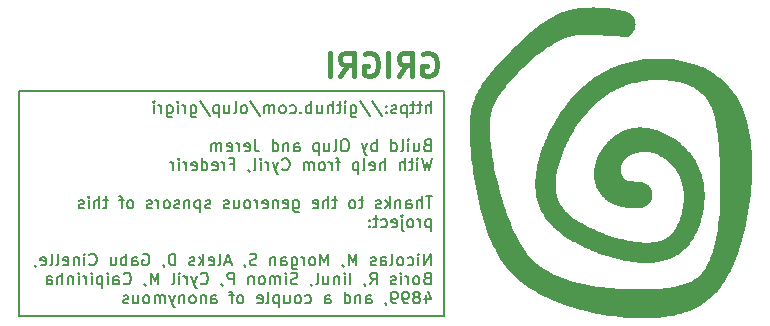
<source format=gbr>
%TF.GenerationSoftware,KiCad,Pcbnew,7.0.7*%
%TF.CreationDate,2023-12-09T23:49:39+01:00*%
%TF.ProjectId,Untitled,556e7469-746c-4656-942e-6b696361645f,rev?*%
%TF.SameCoordinates,Original*%
%TF.FileFunction,Legend,Bot*%
%TF.FilePolarity,Positive*%
%FSLAX46Y46*%
G04 Gerber Fmt 4.6, Leading zero omitted, Abs format (unit mm)*
G04 Created by KiCad (PCBNEW 7.0.7) date 2023-12-09 23:49:39*
%MOMM*%
%LPD*%
G01*
G04 APERTURE LIST*
%ADD10C,0.400000*%
%ADD11C,0.152400*%
%ADD12C,0.000000*%
%ADD13C,0.900000*%
%ADD14C,5.700000*%
%ADD15O,1.800000X1.200000*%
%ADD16O,2.000000X1.200000*%
%ADD17C,0.700000*%
%ADD18O,2.000000X1.000000*%
%ADD19C,1.500000*%
%ADD20C,1.200000*%
G04 APERTURE END LIST*
D10*
X132213033Y-72829676D02*
X132403509Y-72734438D01*
X132403509Y-72734438D02*
X132689223Y-72734438D01*
X132689223Y-72734438D02*
X132974938Y-72829676D01*
X132974938Y-72829676D02*
X133165414Y-73020152D01*
X133165414Y-73020152D02*
X133260652Y-73210628D01*
X133260652Y-73210628D02*
X133355890Y-73591580D01*
X133355890Y-73591580D02*
X133355890Y-73877295D01*
X133355890Y-73877295D02*
X133260652Y-74258247D01*
X133260652Y-74258247D02*
X133165414Y-74448723D01*
X133165414Y-74448723D02*
X132974938Y-74639200D01*
X132974938Y-74639200D02*
X132689223Y-74734438D01*
X132689223Y-74734438D02*
X132498747Y-74734438D01*
X132498747Y-74734438D02*
X132213033Y-74639200D01*
X132213033Y-74639200D02*
X132117795Y-74543961D01*
X132117795Y-74543961D02*
X132117795Y-73877295D01*
X132117795Y-73877295D02*
X132498747Y-73877295D01*
X130117795Y-74734438D02*
X130784462Y-73782057D01*
X131260652Y-74734438D02*
X131260652Y-72734438D01*
X131260652Y-72734438D02*
X130498747Y-72734438D01*
X130498747Y-72734438D02*
X130308271Y-72829676D01*
X130308271Y-72829676D02*
X130213033Y-72924914D01*
X130213033Y-72924914D02*
X130117795Y-73115390D01*
X130117795Y-73115390D02*
X130117795Y-73401104D01*
X130117795Y-73401104D02*
X130213033Y-73591580D01*
X130213033Y-73591580D02*
X130308271Y-73686819D01*
X130308271Y-73686819D02*
X130498747Y-73782057D01*
X130498747Y-73782057D02*
X131260652Y-73782057D01*
X129260652Y-74734438D02*
X129260652Y-72734438D01*
X127260652Y-72829676D02*
X127451128Y-72734438D01*
X127451128Y-72734438D02*
X127736842Y-72734438D01*
X127736842Y-72734438D02*
X128022557Y-72829676D01*
X128022557Y-72829676D02*
X128213033Y-73020152D01*
X128213033Y-73020152D02*
X128308271Y-73210628D01*
X128308271Y-73210628D02*
X128403509Y-73591580D01*
X128403509Y-73591580D02*
X128403509Y-73877295D01*
X128403509Y-73877295D02*
X128308271Y-74258247D01*
X128308271Y-74258247D02*
X128213033Y-74448723D01*
X128213033Y-74448723D02*
X128022557Y-74639200D01*
X128022557Y-74639200D02*
X127736842Y-74734438D01*
X127736842Y-74734438D02*
X127546366Y-74734438D01*
X127546366Y-74734438D02*
X127260652Y-74639200D01*
X127260652Y-74639200D02*
X127165414Y-74543961D01*
X127165414Y-74543961D02*
X127165414Y-73877295D01*
X127165414Y-73877295D02*
X127546366Y-73877295D01*
X125165414Y-74734438D02*
X125832081Y-73782057D01*
X126308271Y-74734438D02*
X126308271Y-72734438D01*
X126308271Y-72734438D02*
X125546366Y-72734438D01*
X125546366Y-72734438D02*
X125355890Y-72829676D01*
X125355890Y-72829676D02*
X125260652Y-72924914D01*
X125260652Y-72924914D02*
X125165414Y-73115390D01*
X125165414Y-73115390D02*
X125165414Y-73401104D01*
X125165414Y-73401104D02*
X125260652Y-73591580D01*
X125260652Y-73591580D02*
X125355890Y-73686819D01*
X125355890Y-73686819D02*
X125546366Y-73782057D01*
X125546366Y-73782057D02*
X126308271Y-73782057D01*
X124308271Y-74734438D02*
X124308271Y-72734438D01*
D11*
X132835441Y-77865894D02*
X132835441Y-76865894D01*
X132406870Y-77865894D02*
X132406870Y-77342084D01*
X132406870Y-77342084D02*
X132454489Y-77246846D01*
X132454489Y-77246846D02*
X132549727Y-77199227D01*
X132549727Y-77199227D02*
X132692584Y-77199227D01*
X132692584Y-77199227D02*
X132787822Y-77246846D01*
X132787822Y-77246846D02*
X132835441Y-77294465D01*
X132073536Y-77199227D02*
X131692584Y-77199227D01*
X131930679Y-76865894D02*
X131930679Y-77723036D01*
X131930679Y-77723036D02*
X131883060Y-77818275D01*
X131883060Y-77818275D02*
X131787822Y-77865894D01*
X131787822Y-77865894D02*
X131692584Y-77865894D01*
X131502107Y-77199227D02*
X131121155Y-77199227D01*
X131359250Y-76865894D02*
X131359250Y-77723036D01*
X131359250Y-77723036D02*
X131311631Y-77818275D01*
X131311631Y-77818275D02*
X131216393Y-77865894D01*
X131216393Y-77865894D02*
X131121155Y-77865894D01*
X130787821Y-77199227D02*
X130787821Y-78199227D01*
X130787821Y-77246846D02*
X130692583Y-77199227D01*
X130692583Y-77199227D02*
X130502107Y-77199227D01*
X130502107Y-77199227D02*
X130406869Y-77246846D01*
X130406869Y-77246846D02*
X130359250Y-77294465D01*
X130359250Y-77294465D02*
X130311631Y-77389703D01*
X130311631Y-77389703D02*
X130311631Y-77675417D01*
X130311631Y-77675417D02*
X130359250Y-77770655D01*
X130359250Y-77770655D02*
X130406869Y-77818275D01*
X130406869Y-77818275D02*
X130502107Y-77865894D01*
X130502107Y-77865894D02*
X130692583Y-77865894D01*
X130692583Y-77865894D02*
X130787821Y-77818275D01*
X129930678Y-77818275D02*
X129835440Y-77865894D01*
X129835440Y-77865894D02*
X129644964Y-77865894D01*
X129644964Y-77865894D02*
X129549726Y-77818275D01*
X129549726Y-77818275D02*
X129502107Y-77723036D01*
X129502107Y-77723036D02*
X129502107Y-77675417D01*
X129502107Y-77675417D02*
X129549726Y-77580179D01*
X129549726Y-77580179D02*
X129644964Y-77532560D01*
X129644964Y-77532560D02*
X129787821Y-77532560D01*
X129787821Y-77532560D02*
X129883059Y-77484941D01*
X129883059Y-77484941D02*
X129930678Y-77389703D01*
X129930678Y-77389703D02*
X129930678Y-77342084D01*
X129930678Y-77342084D02*
X129883059Y-77246846D01*
X129883059Y-77246846D02*
X129787821Y-77199227D01*
X129787821Y-77199227D02*
X129644964Y-77199227D01*
X129644964Y-77199227D02*
X129549726Y-77246846D01*
X129073535Y-77770655D02*
X129025916Y-77818275D01*
X129025916Y-77818275D02*
X129073535Y-77865894D01*
X129073535Y-77865894D02*
X129121154Y-77818275D01*
X129121154Y-77818275D02*
X129073535Y-77770655D01*
X129073535Y-77770655D02*
X129073535Y-77865894D01*
X129073535Y-77246846D02*
X129025916Y-77294465D01*
X129025916Y-77294465D02*
X129073535Y-77342084D01*
X129073535Y-77342084D02*
X129121154Y-77294465D01*
X129121154Y-77294465D02*
X129073535Y-77246846D01*
X129073535Y-77246846D02*
X129073535Y-77342084D01*
X127883060Y-76818275D02*
X128740202Y-78103989D01*
X126835441Y-76818275D02*
X127692583Y-78103989D01*
X126073536Y-77199227D02*
X126073536Y-78008751D01*
X126073536Y-78008751D02*
X126121155Y-78103989D01*
X126121155Y-78103989D02*
X126168774Y-78151608D01*
X126168774Y-78151608D02*
X126264012Y-78199227D01*
X126264012Y-78199227D02*
X126406869Y-78199227D01*
X126406869Y-78199227D02*
X126502107Y-78151608D01*
X126073536Y-77818275D02*
X126168774Y-77865894D01*
X126168774Y-77865894D02*
X126359250Y-77865894D01*
X126359250Y-77865894D02*
X126454488Y-77818275D01*
X126454488Y-77818275D02*
X126502107Y-77770655D01*
X126502107Y-77770655D02*
X126549726Y-77675417D01*
X126549726Y-77675417D02*
X126549726Y-77389703D01*
X126549726Y-77389703D02*
X126502107Y-77294465D01*
X126502107Y-77294465D02*
X126454488Y-77246846D01*
X126454488Y-77246846D02*
X126359250Y-77199227D01*
X126359250Y-77199227D02*
X126168774Y-77199227D01*
X126168774Y-77199227D02*
X126073536Y-77246846D01*
X125597345Y-77865894D02*
X125597345Y-77199227D01*
X125597345Y-76865894D02*
X125644964Y-76913513D01*
X125644964Y-76913513D02*
X125597345Y-76961132D01*
X125597345Y-76961132D02*
X125549726Y-76913513D01*
X125549726Y-76913513D02*
X125597345Y-76865894D01*
X125597345Y-76865894D02*
X125597345Y-76961132D01*
X125264012Y-77199227D02*
X124883060Y-77199227D01*
X125121155Y-76865894D02*
X125121155Y-77723036D01*
X125121155Y-77723036D02*
X125073536Y-77818275D01*
X125073536Y-77818275D02*
X124978298Y-77865894D01*
X124978298Y-77865894D02*
X124883060Y-77865894D01*
X124549726Y-77865894D02*
X124549726Y-76865894D01*
X124121155Y-77865894D02*
X124121155Y-77342084D01*
X124121155Y-77342084D02*
X124168774Y-77246846D01*
X124168774Y-77246846D02*
X124264012Y-77199227D01*
X124264012Y-77199227D02*
X124406869Y-77199227D01*
X124406869Y-77199227D02*
X124502107Y-77246846D01*
X124502107Y-77246846D02*
X124549726Y-77294465D01*
X123216393Y-77199227D02*
X123216393Y-77865894D01*
X123644964Y-77199227D02*
X123644964Y-77723036D01*
X123644964Y-77723036D02*
X123597345Y-77818275D01*
X123597345Y-77818275D02*
X123502107Y-77865894D01*
X123502107Y-77865894D02*
X123359250Y-77865894D01*
X123359250Y-77865894D02*
X123264012Y-77818275D01*
X123264012Y-77818275D02*
X123216393Y-77770655D01*
X122740202Y-77865894D02*
X122740202Y-76865894D01*
X122740202Y-77246846D02*
X122644964Y-77199227D01*
X122644964Y-77199227D02*
X122454488Y-77199227D01*
X122454488Y-77199227D02*
X122359250Y-77246846D01*
X122359250Y-77246846D02*
X122311631Y-77294465D01*
X122311631Y-77294465D02*
X122264012Y-77389703D01*
X122264012Y-77389703D02*
X122264012Y-77675417D01*
X122264012Y-77675417D02*
X122311631Y-77770655D01*
X122311631Y-77770655D02*
X122359250Y-77818275D01*
X122359250Y-77818275D02*
X122454488Y-77865894D01*
X122454488Y-77865894D02*
X122644964Y-77865894D01*
X122644964Y-77865894D02*
X122740202Y-77818275D01*
X121835440Y-77770655D02*
X121787821Y-77818275D01*
X121787821Y-77818275D02*
X121835440Y-77865894D01*
X121835440Y-77865894D02*
X121883059Y-77818275D01*
X121883059Y-77818275D02*
X121835440Y-77770655D01*
X121835440Y-77770655D02*
X121835440Y-77865894D01*
X120930679Y-77818275D02*
X121025917Y-77865894D01*
X121025917Y-77865894D02*
X121216393Y-77865894D01*
X121216393Y-77865894D02*
X121311631Y-77818275D01*
X121311631Y-77818275D02*
X121359250Y-77770655D01*
X121359250Y-77770655D02*
X121406869Y-77675417D01*
X121406869Y-77675417D02*
X121406869Y-77389703D01*
X121406869Y-77389703D02*
X121359250Y-77294465D01*
X121359250Y-77294465D02*
X121311631Y-77246846D01*
X121311631Y-77246846D02*
X121216393Y-77199227D01*
X121216393Y-77199227D02*
X121025917Y-77199227D01*
X121025917Y-77199227D02*
X120930679Y-77246846D01*
X120359250Y-77865894D02*
X120454488Y-77818275D01*
X120454488Y-77818275D02*
X120502107Y-77770655D01*
X120502107Y-77770655D02*
X120549726Y-77675417D01*
X120549726Y-77675417D02*
X120549726Y-77389703D01*
X120549726Y-77389703D02*
X120502107Y-77294465D01*
X120502107Y-77294465D02*
X120454488Y-77246846D01*
X120454488Y-77246846D02*
X120359250Y-77199227D01*
X120359250Y-77199227D02*
X120216393Y-77199227D01*
X120216393Y-77199227D02*
X120121155Y-77246846D01*
X120121155Y-77246846D02*
X120073536Y-77294465D01*
X120073536Y-77294465D02*
X120025917Y-77389703D01*
X120025917Y-77389703D02*
X120025917Y-77675417D01*
X120025917Y-77675417D02*
X120073536Y-77770655D01*
X120073536Y-77770655D02*
X120121155Y-77818275D01*
X120121155Y-77818275D02*
X120216393Y-77865894D01*
X120216393Y-77865894D02*
X120359250Y-77865894D01*
X119597345Y-77865894D02*
X119597345Y-77199227D01*
X119597345Y-77294465D02*
X119549726Y-77246846D01*
X119549726Y-77246846D02*
X119454488Y-77199227D01*
X119454488Y-77199227D02*
X119311631Y-77199227D01*
X119311631Y-77199227D02*
X119216393Y-77246846D01*
X119216393Y-77246846D02*
X119168774Y-77342084D01*
X119168774Y-77342084D02*
X119168774Y-77865894D01*
X119168774Y-77342084D02*
X119121155Y-77246846D01*
X119121155Y-77246846D02*
X119025917Y-77199227D01*
X119025917Y-77199227D02*
X118883060Y-77199227D01*
X118883060Y-77199227D02*
X118787821Y-77246846D01*
X118787821Y-77246846D02*
X118740202Y-77342084D01*
X118740202Y-77342084D02*
X118740202Y-77865894D01*
X117549727Y-76818275D02*
X118406869Y-78103989D01*
X117073536Y-77865894D02*
X117168774Y-77818275D01*
X117168774Y-77818275D02*
X117216393Y-77770655D01*
X117216393Y-77770655D02*
X117264012Y-77675417D01*
X117264012Y-77675417D02*
X117264012Y-77389703D01*
X117264012Y-77389703D02*
X117216393Y-77294465D01*
X117216393Y-77294465D02*
X117168774Y-77246846D01*
X117168774Y-77246846D02*
X117073536Y-77199227D01*
X117073536Y-77199227D02*
X116930679Y-77199227D01*
X116930679Y-77199227D02*
X116835441Y-77246846D01*
X116835441Y-77246846D02*
X116787822Y-77294465D01*
X116787822Y-77294465D02*
X116740203Y-77389703D01*
X116740203Y-77389703D02*
X116740203Y-77675417D01*
X116740203Y-77675417D02*
X116787822Y-77770655D01*
X116787822Y-77770655D02*
X116835441Y-77818275D01*
X116835441Y-77818275D02*
X116930679Y-77865894D01*
X116930679Y-77865894D02*
X117073536Y-77865894D01*
X116168774Y-77865894D02*
X116264012Y-77818275D01*
X116264012Y-77818275D02*
X116311631Y-77723036D01*
X116311631Y-77723036D02*
X116311631Y-76865894D01*
X115359250Y-77199227D02*
X115359250Y-77865894D01*
X115787821Y-77199227D02*
X115787821Y-77723036D01*
X115787821Y-77723036D02*
X115740202Y-77818275D01*
X115740202Y-77818275D02*
X115644964Y-77865894D01*
X115644964Y-77865894D02*
X115502107Y-77865894D01*
X115502107Y-77865894D02*
X115406869Y-77818275D01*
X115406869Y-77818275D02*
X115359250Y-77770655D01*
X114883059Y-77199227D02*
X114883059Y-78199227D01*
X114883059Y-77246846D02*
X114787821Y-77199227D01*
X114787821Y-77199227D02*
X114597345Y-77199227D01*
X114597345Y-77199227D02*
X114502107Y-77246846D01*
X114502107Y-77246846D02*
X114454488Y-77294465D01*
X114454488Y-77294465D02*
X114406869Y-77389703D01*
X114406869Y-77389703D02*
X114406869Y-77675417D01*
X114406869Y-77675417D02*
X114454488Y-77770655D01*
X114454488Y-77770655D02*
X114502107Y-77818275D01*
X114502107Y-77818275D02*
X114597345Y-77865894D01*
X114597345Y-77865894D02*
X114787821Y-77865894D01*
X114787821Y-77865894D02*
X114883059Y-77818275D01*
X113264012Y-76818275D02*
X114121154Y-78103989D01*
X112502107Y-77199227D02*
X112502107Y-78008751D01*
X112502107Y-78008751D02*
X112549726Y-78103989D01*
X112549726Y-78103989D02*
X112597345Y-78151608D01*
X112597345Y-78151608D02*
X112692583Y-78199227D01*
X112692583Y-78199227D02*
X112835440Y-78199227D01*
X112835440Y-78199227D02*
X112930678Y-78151608D01*
X112502107Y-77818275D02*
X112597345Y-77865894D01*
X112597345Y-77865894D02*
X112787821Y-77865894D01*
X112787821Y-77865894D02*
X112883059Y-77818275D01*
X112883059Y-77818275D02*
X112930678Y-77770655D01*
X112930678Y-77770655D02*
X112978297Y-77675417D01*
X112978297Y-77675417D02*
X112978297Y-77389703D01*
X112978297Y-77389703D02*
X112930678Y-77294465D01*
X112930678Y-77294465D02*
X112883059Y-77246846D01*
X112883059Y-77246846D02*
X112787821Y-77199227D01*
X112787821Y-77199227D02*
X112597345Y-77199227D01*
X112597345Y-77199227D02*
X112502107Y-77246846D01*
X112025916Y-77865894D02*
X112025916Y-77199227D01*
X112025916Y-77389703D02*
X111978297Y-77294465D01*
X111978297Y-77294465D02*
X111930678Y-77246846D01*
X111930678Y-77246846D02*
X111835440Y-77199227D01*
X111835440Y-77199227D02*
X111740202Y-77199227D01*
X111406868Y-77865894D02*
X111406868Y-77199227D01*
X111406868Y-76865894D02*
X111454487Y-76913513D01*
X111454487Y-76913513D02*
X111406868Y-76961132D01*
X111406868Y-76961132D02*
X111359249Y-76913513D01*
X111359249Y-76913513D02*
X111406868Y-76865894D01*
X111406868Y-76865894D02*
X111406868Y-76961132D01*
X110502107Y-77199227D02*
X110502107Y-78008751D01*
X110502107Y-78008751D02*
X110549726Y-78103989D01*
X110549726Y-78103989D02*
X110597345Y-78151608D01*
X110597345Y-78151608D02*
X110692583Y-78199227D01*
X110692583Y-78199227D02*
X110835440Y-78199227D01*
X110835440Y-78199227D02*
X110930678Y-78151608D01*
X110502107Y-77818275D02*
X110597345Y-77865894D01*
X110597345Y-77865894D02*
X110787821Y-77865894D01*
X110787821Y-77865894D02*
X110883059Y-77818275D01*
X110883059Y-77818275D02*
X110930678Y-77770655D01*
X110930678Y-77770655D02*
X110978297Y-77675417D01*
X110978297Y-77675417D02*
X110978297Y-77389703D01*
X110978297Y-77389703D02*
X110930678Y-77294465D01*
X110930678Y-77294465D02*
X110883059Y-77246846D01*
X110883059Y-77246846D02*
X110787821Y-77199227D01*
X110787821Y-77199227D02*
X110597345Y-77199227D01*
X110597345Y-77199227D02*
X110502107Y-77246846D01*
X110025916Y-77865894D02*
X110025916Y-77199227D01*
X110025916Y-77389703D02*
X109978297Y-77294465D01*
X109978297Y-77294465D02*
X109930678Y-77246846D01*
X109930678Y-77246846D02*
X109835440Y-77199227D01*
X109835440Y-77199227D02*
X109740202Y-77199227D01*
X109406868Y-77865894D02*
X109406868Y-77199227D01*
X109406868Y-76865894D02*
X109454487Y-76913513D01*
X109454487Y-76913513D02*
X109406868Y-76961132D01*
X109406868Y-76961132D02*
X109359249Y-76913513D01*
X109359249Y-76913513D02*
X109406868Y-76865894D01*
X109406868Y-76865894D02*
X109406868Y-76961132D01*
X132502108Y-80562084D02*
X132359251Y-80609703D01*
X132359251Y-80609703D02*
X132311632Y-80657322D01*
X132311632Y-80657322D02*
X132264013Y-80752560D01*
X132264013Y-80752560D02*
X132264013Y-80895417D01*
X132264013Y-80895417D02*
X132311632Y-80990655D01*
X132311632Y-80990655D02*
X132359251Y-81038275D01*
X132359251Y-81038275D02*
X132454489Y-81085894D01*
X132454489Y-81085894D02*
X132835441Y-81085894D01*
X132835441Y-81085894D02*
X132835441Y-80085894D01*
X132835441Y-80085894D02*
X132502108Y-80085894D01*
X132502108Y-80085894D02*
X132406870Y-80133513D01*
X132406870Y-80133513D02*
X132359251Y-80181132D01*
X132359251Y-80181132D02*
X132311632Y-80276370D01*
X132311632Y-80276370D02*
X132311632Y-80371608D01*
X132311632Y-80371608D02*
X132359251Y-80466846D01*
X132359251Y-80466846D02*
X132406870Y-80514465D01*
X132406870Y-80514465D02*
X132502108Y-80562084D01*
X132502108Y-80562084D02*
X132835441Y-80562084D01*
X131406870Y-80419227D02*
X131406870Y-81085894D01*
X131835441Y-80419227D02*
X131835441Y-80943036D01*
X131835441Y-80943036D02*
X131787822Y-81038275D01*
X131787822Y-81038275D02*
X131692584Y-81085894D01*
X131692584Y-81085894D02*
X131549727Y-81085894D01*
X131549727Y-81085894D02*
X131454489Y-81038275D01*
X131454489Y-81038275D02*
X131406870Y-80990655D01*
X130930679Y-81085894D02*
X130930679Y-80419227D01*
X130930679Y-80085894D02*
X130978298Y-80133513D01*
X130978298Y-80133513D02*
X130930679Y-80181132D01*
X130930679Y-80181132D02*
X130883060Y-80133513D01*
X130883060Y-80133513D02*
X130930679Y-80085894D01*
X130930679Y-80085894D02*
X130930679Y-80181132D01*
X130311632Y-81085894D02*
X130406870Y-81038275D01*
X130406870Y-81038275D02*
X130454489Y-80943036D01*
X130454489Y-80943036D02*
X130454489Y-80085894D01*
X129502108Y-81085894D02*
X129502108Y-80085894D01*
X129502108Y-81038275D02*
X129597346Y-81085894D01*
X129597346Y-81085894D02*
X129787822Y-81085894D01*
X129787822Y-81085894D02*
X129883060Y-81038275D01*
X129883060Y-81038275D02*
X129930679Y-80990655D01*
X129930679Y-80990655D02*
X129978298Y-80895417D01*
X129978298Y-80895417D02*
X129978298Y-80609703D01*
X129978298Y-80609703D02*
X129930679Y-80514465D01*
X129930679Y-80514465D02*
X129883060Y-80466846D01*
X129883060Y-80466846D02*
X129787822Y-80419227D01*
X129787822Y-80419227D02*
X129597346Y-80419227D01*
X129597346Y-80419227D02*
X129502108Y-80466846D01*
X128264012Y-81085894D02*
X128264012Y-80085894D01*
X128264012Y-80466846D02*
X128168774Y-80419227D01*
X128168774Y-80419227D02*
X127978298Y-80419227D01*
X127978298Y-80419227D02*
X127883060Y-80466846D01*
X127883060Y-80466846D02*
X127835441Y-80514465D01*
X127835441Y-80514465D02*
X127787822Y-80609703D01*
X127787822Y-80609703D02*
X127787822Y-80895417D01*
X127787822Y-80895417D02*
X127835441Y-80990655D01*
X127835441Y-80990655D02*
X127883060Y-81038275D01*
X127883060Y-81038275D02*
X127978298Y-81085894D01*
X127978298Y-81085894D02*
X128168774Y-81085894D01*
X128168774Y-81085894D02*
X128264012Y-81038275D01*
X127454488Y-80419227D02*
X127216393Y-81085894D01*
X126978298Y-80419227D02*
X127216393Y-81085894D01*
X127216393Y-81085894D02*
X127311631Y-81323989D01*
X127311631Y-81323989D02*
X127359250Y-81371608D01*
X127359250Y-81371608D02*
X127454488Y-81419227D01*
X125644964Y-80085894D02*
X125454488Y-80085894D01*
X125454488Y-80085894D02*
X125359250Y-80133513D01*
X125359250Y-80133513D02*
X125264012Y-80228751D01*
X125264012Y-80228751D02*
X125216393Y-80419227D01*
X125216393Y-80419227D02*
X125216393Y-80752560D01*
X125216393Y-80752560D02*
X125264012Y-80943036D01*
X125264012Y-80943036D02*
X125359250Y-81038275D01*
X125359250Y-81038275D02*
X125454488Y-81085894D01*
X125454488Y-81085894D02*
X125644964Y-81085894D01*
X125644964Y-81085894D02*
X125740202Y-81038275D01*
X125740202Y-81038275D02*
X125835440Y-80943036D01*
X125835440Y-80943036D02*
X125883059Y-80752560D01*
X125883059Y-80752560D02*
X125883059Y-80419227D01*
X125883059Y-80419227D02*
X125835440Y-80228751D01*
X125835440Y-80228751D02*
X125740202Y-80133513D01*
X125740202Y-80133513D02*
X125644964Y-80085894D01*
X124644964Y-81085894D02*
X124740202Y-81038275D01*
X124740202Y-81038275D02*
X124787821Y-80943036D01*
X124787821Y-80943036D02*
X124787821Y-80085894D01*
X123835440Y-80419227D02*
X123835440Y-81085894D01*
X124264011Y-80419227D02*
X124264011Y-80943036D01*
X124264011Y-80943036D02*
X124216392Y-81038275D01*
X124216392Y-81038275D02*
X124121154Y-81085894D01*
X124121154Y-81085894D02*
X123978297Y-81085894D01*
X123978297Y-81085894D02*
X123883059Y-81038275D01*
X123883059Y-81038275D02*
X123835440Y-80990655D01*
X123359249Y-80419227D02*
X123359249Y-81419227D01*
X123359249Y-80466846D02*
X123264011Y-80419227D01*
X123264011Y-80419227D02*
X123073535Y-80419227D01*
X123073535Y-80419227D02*
X122978297Y-80466846D01*
X122978297Y-80466846D02*
X122930678Y-80514465D01*
X122930678Y-80514465D02*
X122883059Y-80609703D01*
X122883059Y-80609703D02*
X122883059Y-80895417D01*
X122883059Y-80895417D02*
X122930678Y-80990655D01*
X122930678Y-80990655D02*
X122978297Y-81038275D01*
X122978297Y-81038275D02*
X123073535Y-81085894D01*
X123073535Y-81085894D02*
X123264011Y-81085894D01*
X123264011Y-81085894D02*
X123359249Y-81038275D01*
X121264011Y-81085894D02*
X121264011Y-80562084D01*
X121264011Y-80562084D02*
X121311630Y-80466846D01*
X121311630Y-80466846D02*
X121406868Y-80419227D01*
X121406868Y-80419227D02*
X121597344Y-80419227D01*
X121597344Y-80419227D02*
X121692582Y-80466846D01*
X121264011Y-81038275D02*
X121359249Y-81085894D01*
X121359249Y-81085894D02*
X121597344Y-81085894D01*
X121597344Y-81085894D02*
X121692582Y-81038275D01*
X121692582Y-81038275D02*
X121740201Y-80943036D01*
X121740201Y-80943036D02*
X121740201Y-80847798D01*
X121740201Y-80847798D02*
X121692582Y-80752560D01*
X121692582Y-80752560D02*
X121597344Y-80704941D01*
X121597344Y-80704941D02*
X121359249Y-80704941D01*
X121359249Y-80704941D02*
X121264011Y-80657322D01*
X120787820Y-80419227D02*
X120787820Y-81085894D01*
X120787820Y-80514465D02*
X120740201Y-80466846D01*
X120740201Y-80466846D02*
X120644963Y-80419227D01*
X120644963Y-80419227D02*
X120502106Y-80419227D01*
X120502106Y-80419227D02*
X120406868Y-80466846D01*
X120406868Y-80466846D02*
X120359249Y-80562084D01*
X120359249Y-80562084D02*
X120359249Y-81085894D01*
X119454487Y-81085894D02*
X119454487Y-80085894D01*
X119454487Y-81038275D02*
X119549725Y-81085894D01*
X119549725Y-81085894D02*
X119740201Y-81085894D01*
X119740201Y-81085894D02*
X119835439Y-81038275D01*
X119835439Y-81038275D02*
X119883058Y-80990655D01*
X119883058Y-80990655D02*
X119930677Y-80895417D01*
X119930677Y-80895417D02*
X119930677Y-80609703D01*
X119930677Y-80609703D02*
X119883058Y-80514465D01*
X119883058Y-80514465D02*
X119835439Y-80466846D01*
X119835439Y-80466846D02*
X119740201Y-80419227D01*
X119740201Y-80419227D02*
X119549725Y-80419227D01*
X119549725Y-80419227D02*
X119454487Y-80466846D01*
X117930677Y-80085894D02*
X117930677Y-80800179D01*
X117930677Y-80800179D02*
X117978296Y-80943036D01*
X117978296Y-80943036D02*
X118073534Y-81038275D01*
X118073534Y-81038275D02*
X118216391Y-81085894D01*
X118216391Y-81085894D02*
X118311629Y-81085894D01*
X117073534Y-81038275D02*
X117168772Y-81085894D01*
X117168772Y-81085894D02*
X117359248Y-81085894D01*
X117359248Y-81085894D02*
X117454486Y-81038275D01*
X117454486Y-81038275D02*
X117502105Y-80943036D01*
X117502105Y-80943036D02*
X117502105Y-80562084D01*
X117502105Y-80562084D02*
X117454486Y-80466846D01*
X117454486Y-80466846D02*
X117359248Y-80419227D01*
X117359248Y-80419227D02*
X117168772Y-80419227D01*
X117168772Y-80419227D02*
X117073534Y-80466846D01*
X117073534Y-80466846D02*
X117025915Y-80562084D01*
X117025915Y-80562084D02*
X117025915Y-80657322D01*
X117025915Y-80657322D02*
X117502105Y-80752560D01*
X116597343Y-81085894D02*
X116597343Y-80419227D01*
X116597343Y-80609703D02*
X116549724Y-80514465D01*
X116549724Y-80514465D02*
X116502105Y-80466846D01*
X116502105Y-80466846D02*
X116406867Y-80419227D01*
X116406867Y-80419227D02*
X116311629Y-80419227D01*
X115597343Y-81038275D02*
X115692581Y-81085894D01*
X115692581Y-81085894D02*
X115883057Y-81085894D01*
X115883057Y-81085894D02*
X115978295Y-81038275D01*
X115978295Y-81038275D02*
X116025914Y-80943036D01*
X116025914Y-80943036D02*
X116025914Y-80562084D01*
X116025914Y-80562084D02*
X115978295Y-80466846D01*
X115978295Y-80466846D02*
X115883057Y-80419227D01*
X115883057Y-80419227D02*
X115692581Y-80419227D01*
X115692581Y-80419227D02*
X115597343Y-80466846D01*
X115597343Y-80466846D02*
X115549724Y-80562084D01*
X115549724Y-80562084D02*
X115549724Y-80657322D01*
X115549724Y-80657322D02*
X116025914Y-80752560D01*
X115121152Y-81085894D02*
X115121152Y-80419227D01*
X115121152Y-80514465D02*
X115073533Y-80466846D01*
X115073533Y-80466846D02*
X114978295Y-80419227D01*
X114978295Y-80419227D02*
X114835438Y-80419227D01*
X114835438Y-80419227D02*
X114740200Y-80466846D01*
X114740200Y-80466846D02*
X114692581Y-80562084D01*
X114692581Y-80562084D02*
X114692581Y-81085894D01*
X114692581Y-80562084D02*
X114644962Y-80466846D01*
X114644962Y-80466846D02*
X114549724Y-80419227D01*
X114549724Y-80419227D02*
X114406867Y-80419227D01*
X114406867Y-80419227D02*
X114311628Y-80466846D01*
X114311628Y-80466846D02*
X114264009Y-80562084D01*
X114264009Y-80562084D02*
X114264009Y-81085894D01*
X132930679Y-81695894D02*
X132692584Y-82695894D01*
X132692584Y-82695894D02*
X132502108Y-81981608D01*
X132502108Y-81981608D02*
X132311632Y-82695894D01*
X132311632Y-82695894D02*
X132073537Y-81695894D01*
X131692584Y-82695894D02*
X131692584Y-82029227D01*
X131692584Y-81695894D02*
X131740203Y-81743513D01*
X131740203Y-81743513D02*
X131692584Y-81791132D01*
X131692584Y-81791132D02*
X131644965Y-81743513D01*
X131644965Y-81743513D02*
X131692584Y-81695894D01*
X131692584Y-81695894D02*
X131692584Y-81791132D01*
X131359251Y-82029227D02*
X130978299Y-82029227D01*
X131216394Y-81695894D02*
X131216394Y-82553036D01*
X131216394Y-82553036D02*
X131168775Y-82648275D01*
X131168775Y-82648275D02*
X131073537Y-82695894D01*
X131073537Y-82695894D02*
X130978299Y-82695894D01*
X130644965Y-82695894D02*
X130644965Y-81695894D01*
X130216394Y-82695894D02*
X130216394Y-82172084D01*
X130216394Y-82172084D02*
X130264013Y-82076846D01*
X130264013Y-82076846D02*
X130359251Y-82029227D01*
X130359251Y-82029227D02*
X130502108Y-82029227D01*
X130502108Y-82029227D02*
X130597346Y-82076846D01*
X130597346Y-82076846D02*
X130644965Y-82124465D01*
X128978298Y-82695894D02*
X128978298Y-81695894D01*
X128549727Y-82695894D02*
X128549727Y-82172084D01*
X128549727Y-82172084D02*
X128597346Y-82076846D01*
X128597346Y-82076846D02*
X128692584Y-82029227D01*
X128692584Y-82029227D02*
X128835441Y-82029227D01*
X128835441Y-82029227D02*
X128930679Y-82076846D01*
X128930679Y-82076846D02*
X128978298Y-82124465D01*
X127692584Y-82648275D02*
X127787822Y-82695894D01*
X127787822Y-82695894D02*
X127978298Y-82695894D01*
X127978298Y-82695894D02*
X128073536Y-82648275D01*
X128073536Y-82648275D02*
X128121155Y-82553036D01*
X128121155Y-82553036D02*
X128121155Y-82172084D01*
X128121155Y-82172084D02*
X128073536Y-82076846D01*
X128073536Y-82076846D02*
X127978298Y-82029227D01*
X127978298Y-82029227D02*
X127787822Y-82029227D01*
X127787822Y-82029227D02*
X127692584Y-82076846D01*
X127692584Y-82076846D02*
X127644965Y-82172084D01*
X127644965Y-82172084D02*
X127644965Y-82267322D01*
X127644965Y-82267322D02*
X128121155Y-82362560D01*
X127073536Y-82695894D02*
X127168774Y-82648275D01*
X127168774Y-82648275D02*
X127216393Y-82553036D01*
X127216393Y-82553036D02*
X127216393Y-81695894D01*
X126692583Y-82029227D02*
X126692583Y-83029227D01*
X126692583Y-82076846D02*
X126597345Y-82029227D01*
X126597345Y-82029227D02*
X126406869Y-82029227D01*
X126406869Y-82029227D02*
X126311631Y-82076846D01*
X126311631Y-82076846D02*
X126264012Y-82124465D01*
X126264012Y-82124465D02*
X126216393Y-82219703D01*
X126216393Y-82219703D02*
X126216393Y-82505417D01*
X126216393Y-82505417D02*
X126264012Y-82600655D01*
X126264012Y-82600655D02*
X126311631Y-82648275D01*
X126311631Y-82648275D02*
X126406869Y-82695894D01*
X126406869Y-82695894D02*
X126597345Y-82695894D01*
X126597345Y-82695894D02*
X126692583Y-82648275D01*
X125168773Y-82029227D02*
X124787821Y-82029227D01*
X125025916Y-82695894D02*
X125025916Y-81838751D01*
X125025916Y-81838751D02*
X124978297Y-81743513D01*
X124978297Y-81743513D02*
X124883059Y-81695894D01*
X124883059Y-81695894D02*
X124787821Y-81695894D01*
X124454487Y-82695894D02*
X124454487Y-82029227D01*
X124454487Y-82219703D02*
X124406868Y-82124465D01*
X124406868Y-82124465D02*
X124359249Y-82076846D01*
X124359249Y-82076846D02*
X124264011Y-82029227D01*
X124264011Y-82029227D02*
X124168773Y-82029227D01*
X123692582Y-82695894D02*
X123787820Y-82648275D01*
X123787820Y-82648275D02*
X123835439Y-82600655D01*
X123835439Y-82600655D02*
X123883058Y-82505417D01*
X123883058Y-82505417D02*
X123883058Y-82219703D01*
X123883058Y-82219703D02*
X123835439Y-82124465D01*
X123835439Y-82124465D02*
X123787820Y-82076846D01*
X123787820Y-82076846D02*
X123692582Y-82029227D01*
X123692582Y-82029227D02*
X123549725Y-82029227D01*
X123549725Y-82029227D02*
X123454487Y-82076846D01*
X123454487Y-82076846D02*
X123406868Y-82124465D01*
X123406868Y-82124465D02*
X123359249Y-82219703D01*
X123359249Y-82219703D02*
X123359249Y-82505417D01*
X123359249Y-82505417D02*
X123406868Y-82600655D01*
X123406868Y-82600655D02*
X123454487Y-82648275D01*
X123454487Y-82648275D02*
X123549725Y-82695894D01*
X123549725Y-82695894D02*
X123692582Y-82695894D01*
X122930677Y-82695894D02*
X122930677Y-82029227D01*
X122930677Y-82124465D02*
X122883058Y-82076846D01*
X122883058Y-82076846D02*
X122787820Y-82029227D01*
X122787820Y-82029227D02*
X122644963Y-82029227D01*
X122644963Y-82029227D02*
X122549725Y-82076846D01*
X122549725Y-82076846D02*
X122502106Y-82172084D01*
X122502106Y-82172084D02*
X122502106Y-82695894D01*
X122502106Y-82172084D02*
X122454487Y-82076846D01*
X122454487Y-82076846D02*
X122359249Y-82029227D01*
X122359249Y-82029227D02*
X122216392Y-82029227D01*
X122216392Y-82029227D02*
X122121153Y-82076846D01*
X122121153Y-82076846D02*
X122073534Y-82172084D01*
X122073534Y-82172084D02*
X122073534Y-82695894D01*
X120264011Y-82600655D02*
X120311630Y-82648275D01*
X120311630Y-82648275D02*
X120454487Y-82695894D01*
X120454487Y-82695894D02*
X120549725Y-82695894D01*
X120549725Y-82695894D02*
X120692582Y-82648275D01*
X120692582Y-82648275D02*
X120787820Y-82553036D01*
X120787820Y-82553036D02*
X120835439Y-82457798D01*
X120835439Y-82457798D02*
X120883058Y-82267322D01*
X120883058Y-82267322D02*
X120883058Y-82124465D01*
X120883058Y-82124465D02*
X120835439Y-81933989D01*
X120835439Y-81933989D02*
X120787820Y-81838751D01*
X120787820Y-81838751D02*
X120692582Y-81743513D01*
X120692582Y-81743513D02*
X120549725Y-81695894D01*
X120549725Y-81695894D02*
X120454487Y-81695894D01*
X120454487Y-81695894D02*
X120311630Y-81743513D01*
X120311630Y-81743513D02*
X120264011Y-81791132D01*
X119930677Y-82029227D02*
X119692582Y-82695894D01*
X119454487Y-82029227D02*
X119692582Y-82695894D01*
X119692582Y-82695894D02*
X119787820Y-82933989D01*
X119787820Y-82933989D02*
X119835439Y-82981608D01*
X119835439Y-82981608D02*
X119930677Y-83029227D01*
X119073534Y-82695894D02*
X119073534Y-82029227D01*
X119073534Y-82219703D02*
X119025915Y-82124465D01*
X119025915Y-82124465D02*
X118978296Y-82076846D01*
X118978296Y-82076846D02*
X118883058Y-82029227D01*
X118883058Y-82029227D02*
X118787820Y-82029227D01*
X118454486Y-82695894D02*
X118454486Y-82029227D01*
X118454486Y-81695894D02*
X118502105Y-81743513D01*
X118502105Y-81743513D02*
X118454486Y-81791132D01*
X118454486Y-81791132D02*
X118406867Y-81743513D01*
X118406867Y-81743513D02*
X118454486Y-81695894D01*
X118454486Y-81695894D02*
X118454486Y-81791132D01*
X117835439Y-82695894D02*
X117930677Y-82648275D01*
X117930677Y-82648275D02*
X117978296Y-82553036D01*
X117978296Y-82553036D02*
X117978296Y-81695894D01*
X117406867Y-82648275D02*
X117406867Y-82695894D01*
X117406867Y-82695894D02*
X117454486Y-82791132D01*
X117454486Y-82791132D02*
X117502105Y-82838751D01*
X115883058Y-82172084D02*
X116216391Y-82172084D01*
X116216391Y-82695894D02*
X116216391Y-81695894D01*
X116216391Y-81695894D02*
X115740201Y-81695894D01*
X115359248Y-82695894D02*
X115359248Y-82029227D01*
X115359248Y-82219703D02*
X115311629Y-82124465D01*
X115311629Y-82124465D02*
X115264010Y-82076846D01*
X115264010Y-82076846D02*
X115168772Y-82029227D01*
X115168772Y-82029227D02*
X115073534Y-82029227D01*
X114359248Y-82648275D02*
X114454486Y-82695894D01*
X114454486Y-82695894D02*
X114644962Y-82695894D01*
X114644962Y-82695894D02*
X114740200Y-82648275D01*
X114740200Y-82648275D02*
X114787819Y-82553036D01*
X114787819Y-82553036D02*
X114787819Y-82172084D01*
X114787819Y-82172084D02*
X114740200Y-82076846D01*
X114740200Y-82076846D02*
X114644962Y-82029227D01*
X114644962Y-82029227D02*
X114454486Y-82029227D01*
X114454486Y-82029227D02*
X114359248Y-82076846D01*
X114359248Y-82076846D02*
X114311629Y-82172084D01*
X114311629Y-82172084D02*
X114311629Y-82267322D01*
X114311629Y-82267322D02*
X114787819Y-82362560D01*
X113454486Y-82695894D02*
X113454486Y-81695894D01*
X113454486Y-82648275D02*
X113549724Y-82695894D01*
X113549724Y-82695894D02*
X113740200Y-82695894D01*
X113740200Y-82695894D02*
X113835438Y-82648275D01*
X113835438Y-82648275D02*
X113883057Y-82600655D01*
X113883057Y-82600655D02*
X113930676Y-82505417D01*
X113930676Y-82505417D02*
X113930676Y-82219703D01*
X113930676Y-82219703D02*
X113883057Y-82124465D01*
X113883057Y-82124465D02*
X113835438Y-82076846D01*
X113835438Y-82076846D02*
X113740200Y-82029227D01*
X113740200Y-82029227D02*
X113549724Y-82029227D01*
X113549724Y-82029227D02*
X113454486Y-82076846D01*
X112597343Y-82648275D02*
X112692581Y-82695894D01*
X112692581Y-82695894D02*
X112883057Y-82695894D01*
X112883057Y-82695894D02*
X112978295Y-82648275D01*
X112978295Y-82648275D02*
X113025914Y-82553036D01*
X113025914Y-82553036D02*
X113025914Y-82172084D01*
X113025914Y-82172084D02*
X112978295Y-82076846D01*
X112978295Y-82076846D02*
X112883057Y-82029227D01*
X112883057Y-82029227D02*
X112692581Y-82029227D01*
X112692581Y-82029227D02*
X112597343Y-82076846D01*
X112597343Y-82076846D02*
X112549724Y-82172084D01*
X112549724Y-82172084D02*
X112549724Y-82267322D01*
X112549724Y-82267322D02*
X113025914Y-82362560D01*
X112121152Y-82695894D02*
X112121152Y-82029227D01*
X112121152Y-82219703D02*
X112073533Y-82124465D01*
X112073533Y-82124465D02*
X112025914Y-82076846D01*
X112025914Y-82076846D02*
X111930676Y-82029227D01*
X111930676Y-82029227D02*
X111835438Y-82029227D01*
X111502104Y-82695894D02*
X111502104Y-82029227D01*
X111502104Y-81695894D02*
X111549723Y-81743513D01*
X111549723Y-81743513D02*
X111502104Y-81791132D01*
X111502104Y-81791132D02*
X111454485Y-81743513D01*
X111454485Y-81743513D02*
X111502104Y-81695894D01*
X111502104Y-81695894D02*
X111502104Y-81791132D01*
X111025914Y-82695894D02*
X111025914Y-82029227D01*
X111025914Y-82219703D02*
X110978295Y-82124465D01*
X110978295Y-82124465D02*
X110930676Y-82076846D01*
X110930676Y-82076846D02*
X110835438Y-82029227D01*
X110835438Y-82029227D02*
X110740200Y-82029227D01*
X132978298Y-84915894D02*
X132406870Y-84915894D01*
X132692584Y-85915894D02*
X132692584Y-84915894D01*
X132073536Y-85915894D02*
X132073536Y-84915894D01*
X131644965Y-85915894D02*
X131644965Y-85392084D01*
X131644965Y-85392084D02*
X131692584Y-85296846D01*
X131692584Y-85296846D02*
X131787822Y-85249227D01*
X131787822Y-85249227D02*
X131930679Y-85249227D01*
X131930679Y-85249227D02*
X132025917Y-85296846D01*
X132025917Y-85296846D02*
X132073536Y-85344465D01*
X130740203Y-85915894D02*
X130740203Y-85392084D01*
X130740203Y-85392084D02*
X130787822Y-85296846D01*
X130787822Y-85296846D02*
X130883060Y-85249227D01*
X130883060Y-85249227D02*
X131073536Y-85249227D01*
X131073536Y-85249227D02*
X131168774Y-85296846D01*
X130740203Y-85868275D02*
X130835441Y-85915894D01*
X130835441Y-85915894D02*
X131073536Y-85915894D01*
X131073536Y-85915894D02*
X131168774Y-85868275D01*
X131168774Y-85868275D02*
X131216393Y-85773036D01*
X131216393Y-85773036D02*
X131216393Y-85677798D01*
X131216393Y-85677798D02*
X131168774Y-85582560D01*
X131168774Y-85582560D02*
X131073536Y-85534941D01*
X131073536Y-85534941D02*
X130835441Y-85534941D01*
X130835441Y-85534941D02*
X130740203Y-85487322D01*
X130264012Y-85249227D02*
X130264012Y-85915894D01*
X130264012Y-85344465D02*
X130216393Y-85296846D01*
X130216393Y-85296846D02*
X130121155Y-85249227D01*
X130121155Y-85249227D02*
X129978298Y-85249227D01*
X129978298Y-85249227D02*
X129883060Y-85296846D01*
X129883060Y-85296846D02*
X129835441Y-85392084D01*
X129835441Y-85392084D02*
X129835441Y-85915894D01*
X129359250Y-85915894D02*
X129359250Y-84915894D01*
X129264012Y-85534941D02*
X128978298Y-85915894D01*
X128978298Y-85249227D02*
X129359250Y-85630179D01*
X128597345Y-85868275D02*
X128502107Y-85915894D01*
X128502107Y-85915894D02*
X128311631Y-85915894D01*
X128311631Y-85915894D02*
X128216393Y-85868275D01*
X128216393Y-85868275D02*
X128168774Y-85773036D01*
X128168774Y-85773036D02*
X128168774Y-85725417D01*
X128168774Y-85725417D02*
X128216393Y-85630179D01*
X128216393Y-85630179D02*
X128311631Y-85582560D01*
X128311631Y-85582560D02*
X128454488Y-85582560D01*
X128454488Y-85582560D02*
X128549726Y-85534941D01*
X128549726Y-85534941D02*
X128597345Y-85439703D01*
X128597345Y-85439703D02*
X128597345Y-85392084D01*
X128597345Y-85392084D02*
X128549726Y-85296846D01*
X128549726Y-85296846D02*
X128454488Y-85249227D01*
X128454488Y-85249227D02*
X128311631Y-85249227D01*
X128311631Y-85249227D02*
X128216393Y-85296846D01*
X127121154Y-85249227D02*
X126740202Y-85249227D01*
X126978297Y-84915894D02*
X126978297Y-85773036D01*
X126978297Y-85773036D02*
X126930678Y-85868275D01*
X126930678Y-85868275D02*
X126835440Y-85915894D01*
X126835440Y-85915894D02*
X126740202Y-85915894D01*
X126264011Y-85915894D02*
X126359249Y-85868275D01*
X126359249Y-85868275D02*
X126406868Y-85820655D01*
X126406868Y-85820655D02*
X126454487Y-85725417D01*
X126454487Y-85725417D02*
X126454487Y-85439703D01*
X126454487Y-85439703D02*
X126406868Y-85344465D01*
X126406868Y-85344465D02*
X126359249Y-85296846D01*
X126359249Y-85296846D02*
X126264011Y-85249227D01*
X126264011Y-85249227D02*
X126121154Y-85249227D01*
X126121154Y-85249227D02*
X126025916Y-85296846D01*
X126025916Y-85296846D02*
X125978297Y-85344465D01*
X125978297Y-85344465D02*
X125930678Y-85439703D01*
X125930678Y-85439703D02*
X125930678Y-85725417D01*
X125930678Y-85725417D02*
X125978297Y-85820655D01*
X125978297Y-85820655D02*
X126025916Y-85868275D01*
X126025916Y-85868275D02*
X126121154Y-85915894D01*
X126121154Y-85915894D02*
X126264011Y-85915894D01*
X124883058Y-85249227D02*
X124502106Y-85249227D01*
X124740201Y-84915894D02*
X124740201Y-85773036D01*
X124740201Y-85773036D02*
X124692582Y-85868275D01*
X124692582Y-85868275D02*
X124597344Y-85915894D01*
X124597344Y-85915894D02*
X124502106Y-85915894D01*
X124168772Y-85915894D02*
X124168772Y-84915894D01*
X123740201Y-85915894D02*
X123740201Y-85392084D01*
X123740201Y-85392084D02*
X123787820Y-85296846D01*
X123787820Y-85296846D02*
X123883058Y-85249227D01*
X123883058Y-85249227D02*
X124025915Y-85249227D01*
X124025915Y-85249227D02*
X124121153Y-85296846D01*
X124121153Y-85296846D02*
X124168772Y-85344465D01*
X122883058Y-85868275D02*
X122978296Y-85915894D01*
X122978296Y-85915894D02*
X123168772Y-85915894D01*
X123168772Y-85915894D02*
X123264010Y-85868275D01*
X123264010Y-85868275D02*
X123311629Y-85773036D01*
X123311629Y-85773036D02*
X123311629Y-85392084D01*
X123311629Y-85392084D02*
X123264010Y-85296846D01*
X123264010Y-85296846D02*
X123168772Y-85249227D01*
X123168772Y-85249227D02*
X122978296Y-85249227D01*
X122978296Y-85249227D02*
X122883058Y-85296846D01*
X122883058Y-85296846D02*
X122835439Y-85392084D01*
X122835439Y-85392084D02*
X122835439Y-85487322D01*
X122835439Y-85487322D02*
X123311629Y-85582560D01*
X121216391Y-85249227D02*
X121216391Y-86058751D01*
X121216391Y-86058751D02*
X121264010Y-86153989D01*
X121264010Y-86153989D02*
X121311629Y-86201608D01*
X121311629Y-86201608D02*
X121406867Y-86249227D01*
X121406867Y-86249227D02*
X121549724Y-86249227D01*
X121549724Y-86249227D02*
X121644962Y-86201608D01*
X121216391Y-85868275D02*
X121311629Y-85915894D01*
X121311629Y-85915894D02*
X121502105Y-85915894D01*
X121502105Y-85915894D02*
X121597343Y-85868275D01*
X121597343Y-85868275D02*
X121644962Y-85820655D01*
X121644962Y-85820655D02*
X121692581Y-85725417D01*
X121692581Y-85725417D02*
X121692581Y-85439703D01*
X121692581Y-85439703D02*
X121644962Y-85344465D01*
X121644962Y-85344465D02*
X121597343Y-85296846D01*
X121597343Y-85296846D02*
X121502105Y-85249227D01*
X121502105Y-85249227D02*
X121311629Y-85249227D01*
X121311629Y-85249227D02*
X121216391Y-85296846D01*
X120359248Y-85868275D02*
X120454486Y-85915894D01*
X120454486Y-85915894D02*
X120644962Y-85915894D01*
X120644962Y-85915894D02*
X120740200Y-85868275D01*
X120740200Y-85868275D02*
X120787819Y-85773036D01*
X120787819Y-85773036D02*
X120787819Y-85392084D01*
X120787819Y-85392084D02*
X120740200Y-85296846D01*
X120740200Y-85296846D02*
X120644962Y-85249227D01*
X120644962Y-85249227D02*
X120454486Y-85249227D01*
X120454486Y-85249227D02*
X120359248Y-85296846D01*
X120359248Y-85296846D02*
X120311629Y-85392084D01*
X120311629Y-85392084D02*
X120311629Y-85487322D01*
X120311629Y-85487322D02*
X120787819Y-85582560D01*
X119883057Y-85249227D02*
X119883057Y-85915894D01*
X119883057Y-85344465D02*
X119835438Y-85296846D01*
X119835438Y-85296846D02*
X119740200Y-85249227D01*
X119740200Y-85249227D02*
X119597343Y-85249227D01*
X119597343Y-85249227D02*
X119502105Y-85296846D01*
X119502105Y-85296846D02*
X119454486Y-85392084D01*
X119454486Y-85392084D02*
X119454486Y-85915894D01*
X118597343Y-85868275D02*
X118692581Y-85915894D01*
X118692581Y-85915894D02*
X118883057Y-85915894D01*
X118883057Y-85915894D02*
X118978295Y-85868275D01*
X118978295Y-85868275D02*
X119025914Y-85773036D01*
X119025914Y-85773036D02*
X119025914Y-85392084D01*
X119025914Y-85392084D02*
X118978295Y-85296846D01*
X118978295Y-85296846D02*
X118883057Y-85249227D01*
X118883057Y-85249227D02*
X118692581Y-85249227D01*
X118692581Y-85249227D02*
X118597343Y-85296846D01*
X118597343Y-85296846D02*
X118549724Y-85392084D01*
X118549724Y-85392084D02*
X118549724Y-85487322D01*
X118549724Y-85487322D02*
X119025914Y-85582560D01*
X118121152Y-85915894D02*
X118121152Y-85249227D01*
X118121152Y-85439703D02*
X118073533Y-85344465D01*
X118073533Y-85344465D02*
X118025914Y-85296846D01*
X118025914Y-85296846D02*
X117930676Y-85249227D01*
X117930676Y-85249227D02*
X117835438Y-85249227D01*
X117359247Y-85915894D02*
X117454485Y-85868275D01*
X117454485Y-85868275D02*
X117502104Y-85820655D01*
X117502104Y-85820655D02*
X117549723Y-85725417D01*
X117549723Y-85725417D02*
X117549723Y-85439703D01*
X117549723Y-85439703D02*
X117502104Y-85344465D01*
X117502104Y-85344465D02*
X117454485Y-85296846D01*
X117454485Y-85296846D02*
X117359247Y-85249227D01*
X117359247Y-85249227D02*
X117216390Y-85249227D01*
X117216390Y-85249227D02*
X117121152Y-85296846D01*
X117121152Y-85296846D02*
X117073533Y-85344465D01*
X117073533Y-85344465D02*
X117025914Y-85439703D01*
X117025914Y-85439703D02*
X117025914Y-85725417D01*
X117025914Y-85725417D02*
X117073533Y-85820655D01*
X117073533Y-85820655D02*
X117121152Y-85868275D01*
X117121152Y-85868275D02*
X117216390Y-85915894D01*
X117216390Y-85915894D02*
X117359247Y-85915894D01*
X116168771Y-85249227D02*
X116168771Y-85915894D01*
X116597342Y-85249227D02*
X116597342Y-85773036D01*
X116597342Y-85773036D02*
X116549723Y-85868275D01*
X116549723Y-85868275D02*
X116454485Y-85915894D01*
X116454485Y-85915894D02*
X116311628Y-85915894D01*
X116311628Y-85915894D02*
X116216390Y-85868275D01*
X116216390Y-85868275D02*
X116168771Y-85820655D01*
X115740199Y-85868275D02*
X115644961Y-85915894D01*
X115644961Y-85915894D02*
X115454485Y-85915894D01*
X115454485Y-85915894D02*
X115359247Y-85868275D01*
X115359247Y-85868275D02*
X115311628Y-85773036D01*
X115311628Y-85773036D02*
X115311628Y-85725417D01*
X115311628Y-85725417D02*
X115359247Y-85630179D01*
X115359247Y-85630179D02*
X115454485Y-85582560D01*
X115454485Y-85582560D02*
X115597342Y-85582560D01*
X115597342Y-85582560D02*
X115692580Y-85534941D01*
X115692580Y-85534941D02*
X115740199Y-85439703D01*
X115740199Y-85439703D02*
X115740199Y-85392084D01*
X115740199Y-85392084D02*
X115692580Y-85296846D01*
X115692580Y-85296846D02*
X115597342Y-85249227D01*
X115597342Y-85249227D02*
X115454485Y-85249227D01*
X115454485Y-85249227D02*
X115359247Y-85296846D01*
X114168770Y-85868275D02*
X114073532Y-85915894D01*
X114073532Y-85915894D02*
X113883056Y-85915894D01*
X113883056Y-85915894D02*
X113787818Y-85868275D01*
X113787818Y-85868275D02*
X113740199Y-85773036D01*
X113740199Y-85773036D02*
X113740199Y-85725417D01*
X113740199Y-85725417D02*
X113787818Y-85630179D01*
X113787818Y-85630179D02*
X113883056Y-85582560D01*
X113883056Y-85582560D02*
X114025913Y-85582560D01*
X114025913Y-85582560D02*
X114121151Y-85534941D01*
X114121151Y-85534941D02*
X114168770Y-85439703D01*
X114168770Y-85439703D02*
X114168770Y-85392084D01*
X114168770Y-85392084D02*
X114121151Y-85296846D01*
X114121151Y-85296846D02*
X114025913Y-85249227D01*
X114025913Y-85249227D02*
X113883056Y-85249227D01*
X113883056Y-85249227D02*
X113787818Y-85296846D01*
X113311627Y-85249227D02*
X113311627Y-86249227D01*
X113311627Y-85296846D02*
X113216389Y-85249227D01*
X113216389Y-85249227D02*
X113025913Y-85249227D01*
X113025913Y-85249227D02*
X112930675Y-85296846D01*
X112930675Y-85296846D02*
X112883056Y-85344465D01*
X112883056Y-85344465D02*
X112835437Y-85439703D01*
X112835437Y-85439703D02*
X112835437Y-85725417D01*
X112835437Y-85725417D02*
X112883056Y-85820655D01*
X112883056Y-85820655D02*
X112930675Y-85868275D01*
X112930675Y-85868275D02*
X113025913Y-85915894D01*
X113025913Y-85915894D02*
X113216389Y-85915894D01*
X113216389Y-85915894D02*
X113311627Y-85868275D01*
X112406865Y-85249227D02*
X112406865Y-85915894D01*
X112406865Y-85344465D02*
X112359246Y-85296846D01*
X112359246Y-85296846D02*
X112264008Y-85249227D01*
X112264008Y-85249227D02*
X112121151Y-85249227D01*
X112121151Y-85249227D02*
X112025913Y-85296846D01*
X112025913Y-85296846D02*
X111978294Y-85392084D01*
X111978294Y-85392084D02*
X111978294Y-85915894D01*
X111549722Y-85868275D02*
X111454484Y-85915894D01*
X111454484Y-85915894D02*
X111264008Y-85915894D01*
X111264008Y-85915894D02*
X111168770Y-85868275D01*
X111168770Y-85868275D02*
X111121151Y-85773036D01*
X111121151Y-85773036D02*
X111121151Y-85725417D01*
X111121151Y-85725417D02*
X111168770Y-85630179D01*
X111168770Y-85630179D02*
X111264008Y-85582560D01*
X111264008Y-85582560D02*
X111406865Y-85582560D01*
X111406865Y-85582560D02*
X111502103Y-85534941D01*
X111502103Y-85534941D02*
X111549722Y-85439703D01*
X111549722Y-85439703D02*
X111549722Y-85392084D01*
X111549722Y-85392084D02*
X111502103Y-85296846D01*
X111502103Y-85296846D02*
X111406865Y-85249227D01*
X111406865Y-85249227D02*
X111264008Y-85249227D01*
X111264008Y-85249227D02*
X111168770Y-85296846D01*
X110549722Y-85915894D02*
X110644960Y-85868275D01*
X110644960Y-85868275D02*
X110692579Y-85820655D01*
X110692579Y-85820655D02*
X110740198Y-85725417D01*
X110740198Y-85725417D02*
X110740198Y-85439703D01*
X110740198Y-85439703D02*
X110692579Y-85344465D01*
X110692579Y-85344465D02*
X110644960Y-85296846D01*
X110644960Y-85296846D02*
X110549722Y-85249227D01*
X110549722Y-85249227D02*
X110406865Y-85249227D01*
X110406865Y-85249227D02*
X110311627Y-85296846D01*
X110311627Y-85296846D02*
X110264008Y-85344465D01*
X110264008Y-85344465D02*
X110216389Y-85439703D01*
X110216389Y-85439703D02*
X110216389Y-85725417D01*
X110216389Y-85725417D02*
X110264008Y-85820655D01*
X110264008Y-85820655D02*
X110311627Y-85868275D01*
X110311627Y-85868275D02*
X110406865Y-85915894D01*
X110406865Y-85915894D02*
X110549722Y-85915894D01*
X109787817Y-85915894D02*
X109787817Y-85249227D01*
X109787817Y-85439703D02*
X109740198Y-85344465D01*
X109740198Y-85344465D02*
X109692579Y-85296846D01*
X109692579Y-85296846D02*
X109597341Y-85249227D01*
X109597341Y-85249227D02*
X109502103Y-85249227D01*
X109216388Y-85868275D02*
X109121150Y-85915894D01*
X109121150Y-85915894D02*
X108930674Y-85915894D01*
X108930674Y-85915894D02*
X108835436Y-85868275D01*
X108835436Y-85868275D02*
X108787817Y-85773036D01*
X108787817Y-85773036D02*
X108787817Y-85725417D01*
X108787817Y-85725417D02*
X108835436Y-85630179D01*
X108835436Y-85630179D02*
X108930674Y-85582560D01*
X108930674Y-85582560D02*
X109073531Y-85582560D01*
X109073531Y-85582560D02*
X109168769Y-85534941D01*
X109168769Y-85534941D02*
X109216388Y-85439703D01*
X109216388Y-85439703D02*
X109216388Y-85392084D01*
X109216388Y-85392084D02*
X109168769Y-85296846D01*
X109168769Y-85296846D02*
X109073531Y-85249227D01*
X109073531Y-85249227D02*
X108930674Y-85249227D01*
X108930674Y-85249227D02*
X108835436Y-85296846D01*
X107454483Y-85915894D02*
X107549721Y-85868275D01*
X107549721Y-85868275D02*
X107597340Y-85820655D01*
X107597340Y-85820655D02*
X107644959Y-85725417D01*
X107644959Y-85725417D02*
X107644959Y-85439703D01*
X107644959Y-85439703D02*
X107597340Y-85344465D01*
X107597340Y-85344465D02*
X107549721Y-85296846D01*
X107549721Y-85296846D02*
X107454483Y-85249227D01*
X107454483Y-85249227D02*
X107311626Y-85249227D01*
X107311626Y-85249227D02*
X107216388Y-85296846D01*
X107216388Y-85296846D02*
X107168769Y-85344465D01*
X107168769Y-85344465D02*
X107121150Y-85439703D01*
X107121150Y-85439703D02*
X107121150Y-85725417D01*
X107121150Y-85725417D02*
X107168769Y-85820655D01*
X107168769Y-85820655D02*
X107216388Y-85868275D01*
X107216388Y-85868275D02*
X107311626Y-85915894D01*
X107311626Y-85915894D02*
X107454483Y-85915894D01*
X106835435Y-85249227D02*
X106454483Y-85249227D01*
X106692578Y-85915894D02*
X106692578Y-85058751D01*
X106692578Y-85058751D02*
X106644959Y-84963513D01*
X106644959Y-84963513D02*
X106549721Y-84915894D01*
X106549721Y-84915894D02*
X106454483Y-84915894D01*
X105502101Y-85249227D02*
X105121149Y-85249227D01*
X105359244Y-84915894D02*
X105359244Y-85773036D01*
X105359244Y-85773036D02*
X105311625Y-85868275D01*
X105311625Y-85868275D02*
X105216387Y-85915894D01*
X105216387Y-85915894D02*
X105121149Y-85915894D01*
X104787815Y-85915894D02*
X104787815Y-84915894D01*
X104359244Y-85915894D02*
X104359244Y-85392084D01*
X104359244Y-85392084D02*
X104406863Y-85296846D01*
X104406863Y-85296846D02*
X104502101Y-85249227D01*
X104502101Y-85249227D02*
X104644958Y-85249227D01*
X104644958Y-85249227D02*
X104740196Y-85296846D01*
X104740196Y-85296846D02*
X104787815Y-85344465D01*
X103883053Y-85915894D02*
X103883053Y-85249227D01*
X103883053Y-84915894D02*
X103930672Y-84963513D01*
X103930672Y-84963513D02*
X103883053Y-85011132D01*
X103883053Y-85011132D02*
X103835434Y-84963513D01*
X103835434Y-84963513D02*
X103883053Y-84915894D01*
X103883053Y-84915894D02*
X103883053Y-85011132D01*
X103454482Y-85868275D02*
X103359244Y-85915894D01*
X103359244Y-85915894D02*
X103168768Y-85915894D01*
X103168768Y-85915894D02*
X103073530Y-85868275D01*
X103073530Y-85868275D02*
X103025911Y-85773036D01*
X103025911Y-85773036D02*
X103025911Y-85725417D01*
X103025911Y-85725417D02*
X103073530Y-85630179D01*
X103073530Y-85630179D02*
X103168768Y-85582560D01*
X103168768Y-85582560D02*
X103311625Y-85582560D01*
X103311625Y-85582560D02*
X103406863Y-85534941D01*
X103406863Y-85534941D02*
X103454482Y-85439703D01*
X103454482Y-85439703D02*
X103454482Y-85392084D01*
X103454482Y-85392084D02*
X103406863Y-85296846D01*
X103406863Y-85296846D02*
X103311625Y-85249227D01*
X103311625Y-85249227D02*
X103168768Y-85249227D01*
X103168768Y-85249227D02*
X103073530Y-85296846D01*
X132835441Y-86859227D02*
X132835441Y-87859227D01*
X132835441Y-86906846D02*
X132740203Y-86859227D01*
X132740203Y-86859227D02*
X132549727Y-86859227D01*
X132549727Y-86859227D02*
X132454489Y-86906846D01*
X132454489Y-86906846D02*
X132406870Y-86954465D01*
X132406870Y-86954465D02*
X132359251Y-87049703D01*
X132359251Y-87049703D02*
X132359251Y-87335417D01*
X132359251Y-87335417D02*
X132406870Y-87430655D01*
X132406870Y-87430655D02*
X132454489Y-87478275D01*
X132454489Y-87478275D02*
X132549727Y-87525894D01*
X132549727Y-87525894D02*
X132740203Y-87525894D01*
X132740203Y-87525894D02*
X132835441Y-87478275D01*
X131930679Y-87525894D02*
X131930679Y-86859227D01*
X131930679Y-87049703D02*
X131883060Y-86954465D01*
X131883060Y-86954465D02*
X131835441Y-86906846D01*
X131835441Y-86906846D02*
X131740203Y-86859227D01*
X131740203Y-86859227D02*
X131644965Y-86859227D01*
X131168774Y-87525894D02*
X131264012Y-87478275D01*
X131264012Y-87478275D02*
X131311631Y-87430655D01*
X131311631Y-87430655D02*
X131359250Y-87335417D01*
X131359250Y-87335417D02*
X131359250Y-87049703D01*
X131359250Y-87049703D02*
X131311631Y-86954465D01*
X131311631Y-86954465D02*
X131264012Y-86906846D01*
X131264012Y-86906846D02*
X131168774Y-86859227D01*
X131168774Y-86859227D02*
X131025917Y-86859227D01*
X131025917Y-86859227D02*
X130930679Y-86906846D01*
X130930679Y-86906846D02*
X130883060Y-86954465D01*
X130883060Y-86954465D02*
X130835441Y-87049703D01*
X130835441Y-87049703D02*
X130835441Y-87335417D01*
X130835441Y-87335417D02*
X130883060Y-87430655D01*
X130883060Y-87430655D02*
X130930679Y-87478275D01*
X130930679Y-87478275D02*
X131025917Y-87525894D01*
X131025917Y-87525894D02*
X131168774Y-87525894D01*
X130406869Y-86859227D02*
X130406869Y-87716370D01*
X130406869Y-87716370D02*
X130454488Y-87811608D01*
X130454488Y-87811608D02*
X130549726Y-87859227D01*
X130549726Y-87859227D02*
X130597345Y-87859227D01*
X130406869Y-86525894D02*
X130454488Y-86573513D01*
X130454488Y-86573513D02*
X130406869Y-86621132D01*
X130406869Y-86621132D02*
X130359250Y-86573513D01*
X130359250Y-86573513D02*
X130406869Y-86525894D01*
X130406869Y-86525894D02*
X130406869Y-86621132D01*
X129549727Y-87478275D02*
X129644965Y-87525894D01*
X129644965Y-87525894D02*
X129835441Y-87525894D01*
X129835441Y-87525894D02*
X129930679Y-87478275D01*
X129930679Y-87478275D02*
X129978298Y-87383036D01*
X129978298Y-87383036D02*
X129978298Y-87002084D01*
X129978298Y-87002084D02*
X129930679Y-86906846D01*
X129930679Y-86906846D02*
X129835441Y-86859227D01*
X129835441Y-86859227D02*
X129644965Y-86859227D01*
X129644965Y-86859227D02*
X129549727Y-86906846D01*
X129549727Y-86906846D02*
X129502108Y-87002084D01*
X129502108Y-87002084D02*
X129502108Y-87097322D01*
X129502108Y-87097322D02*
X129978298Y-87192560D01*
X128644965Y-87478275D02*
X128740203Y-87525894D01*
X128740203Y-87525894D02*
X128930679Y-87525894D01*
X128930679Y-87525894D02*
X129025917Y-87478275D01*
X129025917Y-87478275D02*
X129073536Y-87430655D01*
X129073536Y-87430655D02*
X129121155Y-87335417D01*
X129121155Y-87335417D02*
X129121155Y-87049703D01*
X129121155Y-87049703D02*
X129073536Y-86954465D01*
X129073536Y-86954465D02*
X129025917Y-86906846D01*
X129025917Y-86906846D02*
X128930679Y-86859227D01*
X128930679Y-86859227D02*
X128740203Y-86859227D01*
X128740203Y-86859227D02*
X128644965Y-86906846D01*
X128359250Y-86859227D02*
X127978298Y-86859227D01*
X128216393Y-86525894D02*
X128216393Y-87383036D01*
X128216393Y-87383036D02*
X128168774Y-87478275D01*
X128168774Y-87478275D02*
X128073536Y-87525894D01*
X128073536Y-87525894D02*
X127978298Y-87525894D01*
X127644964Y-87430655D02*
X127597345Y-87478275D01*
X127597345Y-87478275D02*
X127644964Y-87525894D01*
X127644964Y-87525894D02*
X127692583Y-87478275D01*
X127692583Y-87478275D02*
X127644964Y-87430655D01*
X127644964Y-87430655D02*
X127644964Y-87525894D01*
X127644964Y-86906846D02*
X127597345Y-86954465D01*
X127597345Y-86954465D02*
X127644964Y-87002084D01*
X127644964Y-87002084D02*
X127692583Y-86954465D01*
X127692583Y-86954465D02*
X127644964Y-86906846D01*
X127644964Y-86906846D02*
X127644964Y-87002084D01*
X132835441Y-90745894D02*
X132835441Y-89745894D01*
X132835441Y-89745894D02*
X132264013Y-90745894D01*
X132264013Y-90745894D02*
X132264013Y-89745894D01*
X131787822Y-90745894D02*
X131787822Y-90079227D01*
X131787822Y-89745894D02*
X131835441Y-89793513D01*
X131835441Y-89793513D02*
X131787822Y-89841132D01*
X131787822Y-89841132D02*
X131740203Y-89793513D01*
X131740203Y-89793513D02*
X131787822Y-89745894D01*
X131787822Y-89745894D02*
X131787822Y-89841132D01*
X130883061Y-90698275D02*
X130978299Y-90745894D01*
X130978299Y-90745894D02*
X131168775Y-90745894D01*
X131168775Y-90745894D02*
X131264013Y-90698275D01*
X131264013Y-90698275D02*
X131311632Y-90650655D01*
X131311632Y-90650655D02*
X131359251Y-90555417D01*
X131359251Y-90555417D02*
X131359251Y-90269703D01*
X131359251Y-90269703D02*
X131311632Y-90174465D01*
X131311632Y-90174465D02*
X131264013Y-90126846D01*
X131264013Y-90126846D02*
X131168775Y-90079227D01*
X131168775Y-90079227D02*
X130978299Y-90079227D01*
X130978299Y-90079227D02*
X130883061Y-90126846D01*
X130311632Y-90745894D02*
X130406870Y-90698275D01*
X130406870Y-90698275D02*
X130454489Y-90650655D01*
X130454489Y-90650655D02*
X130502108Y-90555417D01*
X130502108Y-90555417D02*
X130502108Y-90269703D01*
X130502108Y-90269703D02*
X130454489Y-90174465D01*
X130454489Y-90174465D02*
X130406870Y-90126846D01*
X130406870Y-90126846D02*
X130311632Y-90079227D01*
X130311632Y-90079227D02*
X130168775Y-90079227D01*
X130168775Y-90079227D02*
X130073537Y-90126846D01*
X130073537Y-90126846D02*
X130025918Y-90174465D01*
X130025918Y-90174465D02*
X129978299Y-90269703D01*
X129978299Y-90269703D02*
X129978299Y-90555417D01*
X129978299Y-90555417D02*
X130025918Y-90650655D01*
X130025918Y-90650655D02*
X130073537Y-90698275D01*
X130073537Y-90698275D02*
X130168775Y-90745894D01*
X130168775Y-90745894D02*
X130311632Y-90745894D01*
X129406870Y-90745894D02*
X129502108Y-90698275D01*
X129502108Y-90698275D02*
X129549727Y-90603036D01*
X129549727Y-90603036D02*
X129549727Y-89745894D01*
X128597346Y-90745894D02*
X128597346Y-90222084D01*
X128597346Y-90222084D02*
X128644965Y-90126846D01*
X128644965Y-90126846D02*
X128740203Y-90079227D01*
X128740203Y-90079227D02*
X128930679Y-90079227D01*
X128930679Y-90079227D02*
X129025917Y-90126846D01*
X128597346Y-90698275D02*
X128692584Y-90745894D01*
X128692584Y-90745894D02*
X128930679Y-90745894D01*
X128930679Y-90745894D02*
X129025917Y-90698275D01*
X129025917Y-90698275D02*
X129073536Y-90603036D01*
X129073536Y-90603036D02*
X129073536Y-90507798D01*
X129073536Y-90507798D02*
X129025917Y-90412560D01*
X129025917Y-90412560D02*
X128930679Y-90364941D01*
X128930679Y-90364941D02*
X128692584Y-90364941D01*
X128692584Y-90364941D02*
X128597346Y-90317322D01*
X128168774Y-90698275D02*
X128073536Y-90745894D01*
X128073536Y-90745894D02*
X127883060Y-90745894D01*
X127883060Y-90745894D02*
X127787822Y-90698275D01*
X127787822Y-90698275D02*
X127740203Y-90603036D01*
X127740203Y-90603036D02*
X127740203Y-90555417D01*
X127740203Y-90555417D02*
X127787822Y-90460179D01*
X127787822Y-90460179D02*
X127883060Y-90412560D01*
X127883060Y-90412560D02*
X128025917Y-90412560D01*
X128025917Y-90412560D02*
X128121155Y-90364941D01*
X128121155Y-90364941D02*
X128168774Y-90269703D01*
X128168774Y-90269703D02*
X128168774Y-90222084D01*
X128168774Y-90222084D02*
X128121155Y-90126846D01*
X128121155Y-90126846D02*
X128025917Y-90079227D01*
X128025917Y-90079227D02*
X127883060Y-90079227D01*
X127883060Y-90079227D02*
X127787822Y-90126846D01*
X126549726Y-90745894D02*
X126549726Y-89745894D01*
X126549726Y-89745894D02*
X126216393Y-90460179D01*
X126216393Y-90460179D02*
X125883060Y-89745894D01*
X125883060Y-89745894D02*
X125883060Y-90745894D01*
X125359250Y-90698275D02*
X125359250Y-90745894D01*
X125359250Y-90745894D02*
X125406869Y-90841132D01*
X125406869Y-90841132D02*
X125454488Y-90888751D01*
X124168774Y-90745894D02*
X124168774Y-89745894D01*
X124168774Y-89745894D02*
X123835441Y-90460179D01*
X123835441Y-90460179D02*
X123502108Y-89745894D01*
X123502108Y-89745894D02*
X123502108Y-90745894D01*
X122883060Y-90745894D02*
X122978298Y-90698275D01*
X122978298Y-90698275D02*
X123025917Y-90650655D01*
X123025917Y-90650655D02*
X123073536Y-90555417D01*
X123073536Y-90555417D02*
X123073536Y-90269703D01*
X123073536Y-90269703D02*
X123025917Y-90174465D01*
X123025917Y-90174465D02*
X122978298Y-90126846D01*
X122978298Y-90126846D02*
X122883060Y-90079227D01*
X122883060Y-90079227D02*
X122740203Y-90079227D01*
X122740203Y-90079227D02*
X122644965Y-90126846D01*
X122644965Y-90126846D02*
X122597346Y-90174465D01*
X122597346Y-90174465D02*
X122549727Y-90269703D01*
X122549727Y-90269703D02*
X122549727Y-90555417D01*
X122549727Y-90555417D02*
X122597346Y-90650655D01*
X122597346Y-90650655D02*
X122644965Y-90698275D01*
X122644965Y-90698275D02*
X122740203Y-90745894D01*
X122740203Y-90745894D02*
X122883060Y-90745894D01*
X122121155Y-90745894D02*
X122121155Y-90079227D01*
X122121155Y-90269703D02*
X122073536Y-90174465D01*
X122073536Y-90174465D02*
X122025917Y-90126846D01*
X122025917Y-90126846D02*
X121930679Y-90079227D01*
X121930679Y-90079227D02*
X121835441Y-90079227D01*
X121073536Y-90079227D02*
X121073536Y-90888751D01*
X121073536Y-90888751D02*
X121121155Y-90983989D01*
X121121155Y-90983989D02*
X121168774Y-91031608D01*
X121168774Y-91031608D02*
X121264012Y-91079227D01*
X121264012Y-91079227D02*
X121406869Y-91079227D01*
X121406869Y-91079227D02*
X121502107Y-91031608D01*
X121073536Y-90698275D02*
X121168774Y-90745894D01*
X121168774Y-90745894D02*
X121359250Y-90745894D01*
X121359250Y-90745894D02*
X121454488Y-90698275D01*
X121454488Y-90698275D02*
X121502107Y-90650655D01*
X121502107Y-90650655D02*
X121549726Y-90555417D01*
X121549726Y-90555417D02*
X121549726Y-90269703D01*
X121549726Y-90269703D02*
X121502107Y-90174465D01*
X121502107Y-90174465D02*
X121454488Y-90126846D01*
X121454488Y-90126846D02*
X121359250Y-90079227D01*
X121359250Y-90079227D02*
X121168774Y-90079227D01*
X121168774Y-90079227D02*
X121073536Y-90126846D01*
X120168774Y-90745894D02*
X120168774Y-90222084D01*
X120168774Y-90222084D02*
X120216393Y-90126846D01*
X120216393Y-90126846D02*
X120311631Y-90079227D01*
X120311631Y-90079227D02*
X120502107Y-90079227D01*
X120502107Y-90079227D02*
X120597345Y-90126846D01*
X120168774Y-90698275D02*
X120264012Y-90745894D01*
X120264012Y-90745894D02*
X120502107Y-90745894D01*
X120502107Y-90745894D02*
X120597345Y-90698275D01*
X120597345Y-90698275D02*
X120644964Y-90603036D01*
X120644964Y-90603036D02*
X120644964Y-90507798D01*
X120644964Y-90507798D02*
X120597345Y-90412560D01*
X120597345Y-90412560D02*
X120502107Y-90364941D01*
X120502107Y-90364941D02*
X120264012Y-90364941D01*
X120264012Y-90364941D02*
X120168774Y-90317322D01*
X119692583Y-90079227D02*
X119692583Y-90745894D01*
X119692583Y-90174465D02*
X119644964Y-90126846D01*
X119644964Y-90126846D02*
X119549726Y-90079227D01*
X119549726Y-90079227D02*
X119406869Y-90079227D01*
X119406869Y-90079227D02*
X119311631Y-90126846D01*
X119311631Y-90126846D02*
X119264012Y-90222084D01*
X119264012Y-90222084D02*
X119264012Y-90745894D01*
X118073535Y-90698275D02*
X117930678Y-90745894D01*
X117930678Y-90745894D02*
X117692583Y-90745894D01*
X117692583Y-90745894D02*
X117597345Y-90698275D01*
X117597345Y-90698275D02*
X117549726Y-90650655D01*
X117549726Y-90650655D02*
X117502107Y-90555417D01*
X117502107Y-90555417D02*
X117502107Y-90460179D01*
X117502107Y-90460179D02*
X117549726Y-90364941D01*
X117549726Y-90364941D02*
X117597345Y-90317322D01*
X117597345Y-90317322D02*
X117692583Y-90269703D01*
X117692583Y-90269703D02*
X117883059Y-90222084D01*
X117883059Y-90222084D02*
X117978297Y-90174465D01*
X117978297Y-90174465D02*
X118025916Y-90126846D01*
X118025916Y-90126846D02*
X118073535Y-90031608D01*
X118073535Y-90031608D02*
X118073535Y-89936370D01*
X118073535Y-89936370D02*
X118025916Y-89841132D01*
X118025916Y-89841132D02*
X117978297Y-89793513D01*
X117978297Y-89793513D02*
X117883059Y-89745894D01*
X117883059Y-89745894D02*
X117644964Y-89745894D01*
X117644964Y-89745894D02*
X117502107Y-89793513D01*
X117025916Y-90698275D02*
X117025916Y-90745894D01*
X117025916Y-90745894D02*
X117073535Y-90841132D01*
X117073535Y-90841132D02*
X117121154Y-90888751D01*
X115883059Y-90460179D02*
X115406869Y-90460179D01*
X115978297Y-90745894D02*
X115644964Y-89745894D01*
X115644964Y-89745894D02*
X115311631Y-90745894D01*
X114835440Y-90745894D02*
X114930678Y-90698275D01*
X114930678Y-90698275D02*
X114978297Y-90603036D01*
X114978297Y-90603036D02*
X114978297Y-89745894D01*
X114073535Y-90698275D02*
X114168773Y-90745894D01*
X114168773Y-90745894D02*
X114359249Y-90745894D01*
X114359249Y-90745894D02*
X114454487Y-90698275D01*
X114454487Y-90698275D02*
X114502106Y-90603036D01*
X114502106Y-90603036D02*
X114502106Y-90222084D01*
X114502106Y-90222084D02*
X114454487Y-90126846D01*
X114454487Y-90126846D02*
X114359249Y-90079227D01*
X114359249Y-90079227D02*
X114168773Y-90079227D01*
X114168773Y-90079227D02*
X114073535Y-90126846D01*
X114073535Y-90126846D02*
X114025916Y-90222084D01*
X114025916Y-90222084D02*
X114025916Y-90317322D01*
X114025916Y-90317322D02*
X114502106Y-90412560D01*
X113597344Y-90745894D02*
X113597344Y-89745894D01*
X113502106Y-90364941D02*
X113216392Y-90745894D01*
X113216392Y-90079227D02*
X113597344Y-90460179D01*
X112835439Y-90698275D02*
X112740201Y-90745894D01*
X112740201Y-90745894D02*
X112549725Y-90745894D01*
X112549725Y-90745894D02*
X112454487Y-90698275D01*
X112454487Y-90698275D02*
X112406868Y-90603036D01*
X112406868Y-90603036D02*
X112406868Y-90555417D01*
X112406868Y-90555417D02*
X112454487Y-90460179D01*
X112454487Y-90460179D02*
X112549725Y-90412560D01*
X112549725Y-90412560D02*
X112692582Y-90412560D01*
X112692582Y-90412560D02*
X112787820Y-90364941D01*
X112787820Y-90364941D02*
X112835439Y-90269703D01*
X112835439Y-90269703D02*
X112835439Y-90222084D01*
X112835439Y-90222084D02*
X112787820Y-90126846D01*
X112787820Y-90126846D02*
X112692582Y-90079227D01*
X112692582Y-90079227D02*
X112549725Y-90079227D01*
X112549725Y-90079227D02*
X112454487Y-90126846D01*
X111216391Y-90745894D02*
X111216391Y-89745894D01*
X111216391Y-89745894D02*
X110978296Y-89745894D01*
X110978296Y-89745894D02*
X110835439Y-89793513D01*
X110835439Y-89793513D02*
X110740201Y-89888751D01*
X110740201Y-89888751D02*
X110692582Y-89983989D01*
X110692582Y-89983989D02*
X110644963Y-90174465D01*
X110644963Y-90174465D02*
X110644963Y-90317322D01*
X110644963Y-90317322D02*
X110692582Y-90507798D01*
X110692582Y-90507798D02*
X110740201Y-90603036D01*
X110740201Y-90603036D02*
X110835439Y-90698275D01*
X110835439Y-90698275D02*
X110978296Y-90745894D01*
X110978296Y-90745894D02*
X111216391Y-90745894D01*
X110168772Y-90698275D02*
X110168772Y-90745894D01*
X110168772Y-90745894D02*
X110216391Y-90841132D01*
X110216391Y-90841132D02*
X110264010Y-90888751D01*
X108454487Y-89793513D02*
X108549725Y-89745894D01*
X108549725Y-89745894D02*
X108692582Y-89745894D01*
X108692582Y-89745894D02*
X108835439Y-89793513D01*
X108835439Y-89793513D02*
X108930677Y-89888751D01*
X108930677Y-89888751D02*
X108978296Y-89983989D01*
X108978296Y-89983989D02*
X109025915Y-90174465D01*
X109025915Y-90174465D02*
X109025915Y-90317322D01*
X109025915Y-90317322D02*
X108978296Y-90507798D01*
X108978296Y-90507798D02*
X108930677Y-90603036D01*
X108930677Y-90603036D02*
X108835439Y-90698275D01*
X108835439Y-90698275D02*
X108692582Y-90745894D01*
X108692582Y-90745894D02*
X108597344Y-90745894D01*
X108597344Y-90745894D02*
X108454487Y-90698275D01*
X108454487Y-90698275D02*
X108406868Y-90650655D01*
X108406868Y-90650655D02*
X108406868Y-90317322D01*
X108406868Y-90317322D02*
X108597344Y-90317322D01*
X107549725Y-90745894D02*
X107549725Y-90222084D01*
X107549725Y-90222084D02*
X107597344Y-90126846D01*
X107597344Y-90126846D02*
X107692582Y-90079227D01*
X107692582Y-90079227D02*
X107883058Y-90079227D01*
X107883058Y-90079227D02*
X107978296Y-90126846D01*
X107549725Y-90698275D02*
X107644963Y-90745894D01*
X107644963Y-90745894D02*
X107883058Y-90745894D01*
X107883058Y-90745894D02*
X107978296Y-90698275D01*
X107978296Y-90698275D02*
X108025915Y-90603036D01*
X108025915Y-90603036D02*
X108025915Y-90507798D01*
X108025915Y-90507798D02*
X107978296Y-90412560D01*
X107978296Y-90412560D02*
X107883058Y-90364941D01*
X107883058Y-90364941D02*
X107644963Y-90364941D01*
X107644963Y-90364941D02*
X107549725Y-90317322D01*
X107073534Y-90745894D02*
X107073534Y-89745894D01*
X107073534Y-90126846D02*
X106978296Y-90079227D01*
X106978296Y-90079227D02*
X106787820Y-90079227D01*
X106787820Y-90079227D02*
X106692582Y-90126846D01*
X106692582Y-90126846D02*
X106644963Y-90174465D01*
X106644963Y-90174465D02*
X106597344Y-90269703D01*
X106597344Y-90269703D02*
X106597344Y-90555417D01*
X106597344Y-90555417D02*
X106644963Y-90650655D01*
X106644963Y-90650655D02*
X106692582Y-90698275D01*
X106692582Y-90698275D02*
X106787820Y-90745894D01*
X106787820Y-90745894D02*
X106978296Y-90745894D01*
X106978296Y-90745894D02*
X107073534Y-90698275D01*
X105740201Y-90079227D02*
X105740201Y-90745894D01*
X106168772Y-90079227D02*
X106168772Y-90603036D01*
X106168772Y-90603036D02*
X106121153Y-90698275D01*
X106121153Y-90698275D02*
X106025915Y-90745894D01*
X106025915Y-90745894D02*
X105883058Y-90745894D01*
X105883058Y-90745894D02*
X105787820Y-90698275D01*
X105787820Y-90698275D02*
X105740201Y-90650655D01*
X103930677Y-90650655D02*
X103978296Y-90698275D01*
X103978296Y-90698275D02*
X104121153Y-90745894D01*
X104121153Y-90745894D02*
X104216391Y-90745894D01*
X104216391Y-90745894D02*
X104359248Y-90698275D01*
X104359248Y-90698275D02*
X104454486Y-90603036D01*
X104454486Y-90603036D02*
X104502105Y-90507798D01*
X104502105Y-90507798D02*
X104549724Y-90317322D01*
X104549724Y-90317322D02*
X104549724Y-90174465D01*
X104549724Y-90174465D02*
X104502105Y-89983989D01*
X104502105Y-89983989D02*
X104454486Y-89888751D01*
X104454486Y-89888751D02*
X104359248Y-89793513D01*
X104359248Y-89793513D02*
X104216391Y-89745894D01*
X104216391Y-89745894D02*
X104121153Y-89745894D01*
X104121153Y-89745894D02*
X103978296Y-89793513D01*
X103978296Y-89793513D02*
X103930677Y-89841132D01*
X103502105Y-90745894D02*
X103502105Y-90079227D01*
X103502105Y-89745894D02*
X103549724Y-89793513D01*
X103549724Y-89793513D02*
X103502105Y-89841132D01*
X103502105Y-89841132D02*
X103454486Y-89793513D01*
X103454486Y-89793513D02*
X103502105Y-89745894D01*
X103502105Y-89745894D02*
X103502105Y-89841132D01*
X103025915Y-90079227D02*
X103025915Y-90745894D01*
X103025915Y-90174465D02*
X102978296Y-90126846D01*
X102978296Y-90126846D02*
X102883058Y-90079227D01*
X102883058Y-90079227D02*
X102740201Y-90079227D01*
X102740201Y-90079227D02*
X102644963Y-90126846D01*
X102644963Y-90126846D02*
X102597344Y-90222084D01*
X102597344Y-90222084D02*
X102597344Y-90745894D01*
X101740201Y-90698275D02*
X101835439Y-90745894D01*
X101835439Y-90745894D02*
X102025915Y-90745894D01*
X102025915Y-90745894D02*
X102121153Y-90698275D01*
X102121153Y-90698275D02*
X102168772Y-90603036D01*
X102168772Y-90603036D02*
X102168772Y-90222084D01*
X102168772Y-90222084D02*
X102121153Y-90126846D01*
X102121153Y-90126846D02*
X102025915Y-90079227D01*
X102025915Y-90079227D02*
X101835439Y-90079227D01*
X101835439Y-90079227D02*
X101740201Y-90126846D01*
X101740201Y-90126846D02*
X101692582Y-90222084D01*
X101692582Y-90222084D02*
X101692582Y-90317322D01*
X101692582Y-90317322D02*
X102168772Y-90412560D01*
X101121153Y-90745894D02*
X101216391Y-90698275D01*
X101216391Y-90698275D02*
X101264010Y-90603036D01*
X101264010Y-90603036D02*
X101264010Y-89745894D01*
X100597343Y-90745894D02*
X100692581Y-90698275D01*
X100692581Y-90698275D02*
X100740200Y-90603036D01*
X100740200Y-90603036D02*
X100740200Y-89745894D01*
X99835438Y-90698275D02*
X99930676Y-90745894D01*
X99930676Y-90745894D02*
X100121152Y-90745894D01*
X100121152Y-90745894D02*
X100216390Y-90698275D01*
X100216390Y-90698275D02*
X100264009Y-90603036D01*
X100264009Y-90603036D02*
X100264009Y-90222084D01*
X100264009Y-90222084D02*
X100216390Y-90126846D01*
X100216390Y-90126846D02*
X100121152Y-90079227D01*
X100121152Y-90079227D02*
X99930676Y-90079227D01*
X99930676Y-90079227D02*
X99835438Y-90126846D01*
X99835438Y-90126846D02*
X99787819Y-90222084D01*
X99787819Y-90222084D02*
X99787819Y-90317322D01*
X99787819Y-90317322D02*
X100264009Y-90412560D01*
X99311628Y-90698275D02*
X99311628Y-90745894D01*
X99311628Y-90745894D02*
X99359247Y-90841132D01*
X99359247Y-90841132D02*
X99406866Y-90888751D01*
X132502108Y-91832084D02*
X132359251Y-91879703D01*
X132359251Y-91879703D02*
X132311632Y-91927322D01*
X132311632Y-91927322D02*
X132264013Y-92022560D01*
X132264013Y-92022560D02*
X132264013Y-92165417D01*
X132264013Y-92165417D02*
X132311632Y-92260655D01*
X132311632Y-92260655D02*
X132359251Y-92308275D01*
X132359251Y-92308275D02*
X132454489Y-92355894D01*
X132454489Y-92355894D02*
X132835441Y-92355894D01*
X132835441Y-92355894D02*
X132835441Y-91355894D01*
X132835441Y-91355894D02*
X132502108Y-91355894D01*
X132502108Y-91355894D02*
X132406870Y-91403513D01*
X132406870Y-91403513D02*
X132359251Y-91451132D01*
X132359251Y-91451132D02*
X132311632Y-91546370D01*
X132311632Y-91546370D02*
X132311632Y-91641608D01*
X132311632Y-91641608D02*
X132359251Y-91736846D01*
X132359251Y-91736846D02*
X132406870Y-91784465D01*
X132406870Y-91784465D02*
X132502108Y-91832084D01*
X132502108Y-91832084D02*
X132835441Y-91832084D01*
X131692584Y-92355894D02*
X131787822Y-92308275D01*
X131787822Y-92308275D02*
X131835441Y-92260655D01*
X131835441Y-92260655D02*
X131883060Y-92165417D01*
X131883060Y-92165417D02*
X131883060Y-91879703D01*
X131883060Y-91879703D02*
X131835441Y-91784465D01*
X131835441Y-91784465D02*
X131787822Y-91736846D01*
X131787822Y-91736846D02*
X131692584Y-91689227D01*
X131692584Y-91689227D02*
X131549727Y-91689227D01*
X131549727Y-91689227D02*
X131454489Y-91736846D01*
X131454489Y-91736846D02*
X131406870Y-91784465D01*
X131406870Y-91784465D02*
X131359251Y-91879703D01*
X131359251Y-91879703D02*
X131359251Y-92165417D01*
X131359251Y-92165417D02*
X131406870Y-92260655D01*
X131406870Y-92260655D02*
X131454489Y-92308275D01*
X131454489Y-92308275D02*
X131549727Y-92355894D01*
X131549727Y-92355894D02*
X131692584Y-92355894D01*
X130930679Y-92355894D02*
X130930679Y-91689227D01*
X130930679Y-91879703D02*
X130883060Y-91784465D01*
X130883060Y-91784465D02*
X130835441Y-91736846D01*
X130835441Y-91736846D02*
X130740203Y-91689227D01*
X130740203Y-91689227D02*
X130644965Y-91689227D01*
X130311631Y-92355894D02*
X130311631Y-91689227D01*
X130311631Y-91355894D02*
X130359250Y-91403513D01*
X130359250Y-91403513D02*
X130311631Y-91451132D01*
X130311631Y-91451132D02*
X130264012Y-91403513D01*
X130264012Y-91403513D02*
X130311631Y-91355894D01*
X130311631Y-91355894D02*
X130311631Y-91451132D01*
X129883060Y-92308275D02*
X129787822Y-92355894D01*
X129787822Y-92355894D02*
X129597346Y-92355894D01*
X129597346Y-92355894D02*
X129502108Y-92308275D01*
X129502108Y-92308275D02*
X129454489Y-92213036D01*
X129454489Y-92213036D02*
X129454489Y-92165417D01*
X129454489Y-92165417D02*
X129502108Y-92070179D01*
X129502108Y-92070179D02*
X129597346Y-92022560D01*
X129597346Y-92022560D02*
X129740203Y-92022560D01*
X129740203Y-92022560D02*
X129835441Y-91974941D01*
X129835441Y-91974941D02*
X129883060Y-91879703D01*
X129883060Y-91879703D02*
X129883060Y-91832084D01*
X129883060Y-91832084D02*
X129835441Y-91736846D01*
X129835441Y-91736846D02*
X129740203Y-91689227D01*
X129740203Y-91689227D02*
X129597346Y-91689227D01*
X129597346Y-91689227D02*
X129502108Y-91736846D01*
X127692584Y-92355894D02*
X128025917Y-91879703D01*
X128264012Y-92355894D02*
X128264012Y-91355894D01*
X128264012Y-91355894D02*
X127883060Y-91355894D01*
X127883060Y-91355894D02*
X127787822Y-91403513D01*
X127787822Y-91403513D02*
X127740203Y-91451132D01*
X127740203Y-91451132D02*
X127692584Y-91546370D01*
X127692584Y-91546370D02*
X127692584Y-91689227D01*
X127692584Y-91689227D02*
X127740203Y-91784465D01*
X127740203Y-91784465D02*
X127787822Y-91832084D01*
X127787822Y-91832084D02*
X127883060Y-91879703D01*
X127883060Y-91879703D02*
X128264012Y-91879703D01*
X127216393Y-92308275D02*
X127216393Y-92355894D01*
X127216393Y-92355894D02*
X127264012Y-92451132D01*
X127264012Y-92451132D02*
X127311631Y-92498751D01*
X126025917Y-92355894D02*
X126025917Y-91355894D01*
X125549727Y-92355894D02*
X125549727Y-91689227D01*
X125549727Y-91355894D02*
X125597346Y-91403513D01*
X125597346Y-91403513D02*
X125549727Y-91451132D01*
X125549727Y-91451132D02*
X125502108Y-91403513D01*
X125502108Y-91403513D02*
X125549727Y-91355894D01*
X125549727Y-91355894D02*
X125549727Y-91451132D01*
X125073537Y-91689227D02*
X125073537Y-92355894D01*
X125073537Y-91784465D02*
X125025918Y-91736846D01*
X125025918Y-91736846D02*
X124930680Y-91689227D01*
X124930680Y-91689227D02*
X124787823Y-91689227D01*
X124787823Y-91689227D02*
X124692585Y-91736846D01*
X124692585Y-91736846D02*
X124644966Y-91832084D01*
X124644966Y-91832084D02*
X124644966Y-92355894D01*
X123740204Y-91689227D02*
X123740204Y-92355894D01*
X124168775Y-91689227D02*
X124168775Y-92213036D01*
X124168775Y-92213036D02*
X124121156Y-92308275D01*
X124121156Y-92308275D02*
X124025918Y-92355894D01*
X124025918Y-92355894D02*
X123883061Y-92355894D01*
X123883061Y-92355894D02*
X123787823Y-92308275D01*
X123787823Y-92308275D02*
X123740204Y-92260655D01*
X123121156Y-92355894D02*
X123216394Y-92308275D01*
X123216394Y-92308275D02*
X123264013Y-92213036D01*
X123264013Y-92213036D02*
X123264013Y-91355894D01*
X122692584Y-92308275D02*
X122692584Y-92355894D01*
X122692584Y-92355894D02*
X122740203Y-92451132D01*
X122740203Y-92451132D02*
X122787822Y-92498751D01*
X121549727Y-92308275D02*
X121406870Y-92355894D01*
X121406870Y-92355894D02*
X121168775Y-92355894D01*
X121168775Y-92355894D02*
X121073537Y-92308275D01*
X121073537Y-92308275D02*
X121025918Y-92260655D01*
X121025918Y-92260655D02*
X120978299Y-92165417D01*
X120978299Y-92165417D02*
X120978299Y-92070179D01*
X120978299Y-92070179D02*
X121025918Y-91974941D01*
X121025918Y-91974941D02*
X121073537Y-91927322D01*
X121073537Y-91927322D02*
X121168775Y-91879703D01*
X121168775Y-91879703D02*
X121359251Y-91832084D01*
X121359251Y-91832084D02*
X121454489Y-91784465D01*
X121454489Y-91784465D02*
X121502108Y-91736846D01*
X121502108Y-91736846D02*
X121549727Y-91641608D01*
X121549727Y-91641608D02*
X121549727Y-91546370D01*
X121549727Y-91546370D02*
X121502108Y-91451132D01*
X121502108Y-91451132D02*
X121454489Y-91403513D01*
X121454489Y-91403513D02*
X121359251Y-91355894D01*
X121359251Y-91355894D02*
X121121156Y-91355894D01*
X121121156Y-91355894D02*
X120978299Y-91403513D01*
X120549727Y-92355894D02*
X120549727Y-91689227D01*
X120549727Y-91355894D02*
X120597346Y-91403513D01*
X120597346Y-91403513D02*
X120549727Y-91451132D01*
X120549727Y-91451132D02*
X120502108Y-91403513D01*
X120502108Y-91403513D02*
X120549727Y-91355894D01*
X120549727Y-91355894D02*
X120549727Y-91451132D01*
X120073537Y-92355894D02*
X120073537Y-91689227D01*
X120073537Y-91784465D02*
X120025918Y-91736846D01*
X120025918Y-91736846D02*
X119930680Y-91689227D01*
X119930680Y-91689227D02*
X119787823Y-91689227D01*
X119787823Y-91689227D02*
X119692585Y-91736846D01*
X119692585Y-91736846D02*
X119644966Y-91832084D01*
X119644966Y-91832084D02*
X119644966Y-92355894D01*
X119644966Y-91832084D02*
X119597347Y-91736846D01*
X119597347Y-91736846D02*
X119502109Y-91689227D01*
X119502109Y-91689227D02*
X119359252Y-91689227D01*
X119359252Y-91689227D02*
X119264013Y-91736846D01*
X119264013Y-91736846D02*
X119216394Y-91832084D01*
X119216394Y-91832084D02*
X119216394Y-92355894D01*
X118597347Y-92355894D02*
X118692585Y-92308275D01*
X118692585Y-92308275D02*
X118740204Y-92260655D01*
X118740204Y-92260655D02*
X118787823Y-92165417D01*
X118787823Y-92165417D02*
X118787823Y-91879703D01*
X118787823Y-91879703D02*
X118740204Y-91784465D01*
X118740204Y-91784465D02*
X118692585Y-91736846D01*
X118692585Y-91736846D02*
X118597347Y-91689227D01*
X118597347Y-91689227D02*
X118454490Y-91689227D01*
X118454490Y-91689227D02*
X118359252Y-91736846D01*
X118359252Y-91736846D02*
X118311633Y-91784465D01*
X118311633Y-91784465D02*
X118264014Y-91879703D01*
X118264014Y-91879703D02*
X118264014Y-92165417D01*
X118264014Y-92165417D02*
X118311633Y-92260655D01*
X118311633Y-92260655D02*
X118359252Y-92308275D01*
X118359252Y-92308275D02*
X118454490Y-92355894D01*
X118454490Y-92355894D02*
X118597347Y-92355894D01*
X117835442Y-91689227D02*
X117835442Y-92355894D01*
X117835442Y-91784465D02*
X117787823Y-91736846D01*
X117787823Y-91736846D02*
X117692585Y-91689227D01*
X117692585Y-91689227D02*
X117549728Y-91689227D01*
X117549728Y-91689227D02*
X117454490Y-91736846D01*
X117454490Y-91736846D02*
X117406871Y-91832084D01*
X117406871Y-91832084D02*
X117406871Y-92355894D01*
X116168775Y-92355894D02*
X116168775Y-91355894D01*
X116168775Y-91355894D02*
X115787823Y-91355894D01*
X115787823Y-91355894D02*
X115692585Y-91403513D01*
X115692585Y-91403513D02*
X115644966Y-91451132D01*
X115644966Y-91451132D02*
X115597347Y-91546370D01*
X115597347Y-91546370D02*
X115597347Y-91689227D01*
X115597347Y-91689227D02*
X115644966Y-91784465D01*
X115644966Y-91784465D02*
X115692585Y-91832084D01*
X115692585Y-91832084D02*
X115787823Y-91879703D01*
X115787823Y-91879703D02*
X116168775Y-91879703D01*
X115121156Y-92308275D02*
X115121156Y-92355894D01*
X115121156Y-92355894D02*
X115168775Y-92451132D01*
X115168775Y-92451132D02*
X115216394Y-92498751D01*
X113359252Y-92260655D02*
X113406871Y-92308275D01*
X113406871Y-92308275D02*
X113549728Y-92355894D01*
X113549728Y-92355894D02*
X113644966Y-92355894D01*
X113644966Y-92355894D02*
X113787823Y-92308275D01*
X113787823Y-92308275D02*
X113883061Y-92213036D01*
X113883061Y-92213036D02*
X113930680Y-92117798D01*
X113930680Y-92117798D02*
X113978299Y-91927322D01*
X113978299Y-91927322D02*
X113978299Y-91784465D01*
X113978299Y-91784465D02*
X113930680Y-91593989D01*
X113930680Y-91593989D02*
X113883061Y-91498751D01*
X113883061Y-91498751D02*
X113787823Y-91403513D01*
X113787823Y-91403513D02*
X113644966Y-91355894D01*
X113644966Y-91355894D02*
X113549728Y-91355894D01*
X113549728Y-91355894D02*
X113406871Y-91403513D01*
X113406871Y-91403513D02*
X113359252Y-91451132D01*
X113025918Y-91689227D02*
X112787823Y-92355894D01*
X112549728Y-91689227D02*
X112787823Y-92355894D01*
X112787823Y-92355894D02*
X112883061Y-92593989D01*
X112883061Y-92593989D02*
X112930680Y-92641608D01*
X112930680Y-92641608D02*
X113025918Y-92689227D01*
X112168775Y-92355894D02*
X112168775Y-91689227D01*
X112168775Y-91879703D02*
X112121156Y-91784465D01*
X112121156Y-91784465D02*
X112073537Y-91736846D01*
X112073537Y-91736846D02*
X111978299Y-91689227D01*
X111978299Y-91689227D02*
X111883061Y-91689227D01*
X111549727Y-92355894D02*
X111549727Y-91689227D01*
X111549727Y-91355894D02*
X111597346Y-91403513D01*
X111597346Y-91403513D02*
X111549727Y-91451132D01*
X111549727Y-91451132D02*
X111502108Y-91403513D01*
X111502108Y-91403513D02*
X111549727Y-91355894D01*
X111549727Y-91355894D02*
X111549727Y-91451132D01*
X110930680Y-92355894D02*
X111025918Y-92308275D01*
X111025918Y-92308275D02*
X111073537Y-92213036D01*
X111073537Y-92213036D02*
X111073537Y-91355894D01*
X109787822Y-92355894D02*
X109787822Y-91355894D01*
X109787822Y-91355894D02*
X109454489Y-92070179D01*
X109454489Y-92070179D02*
X109121156Y-91355894D01*
X109121156Y-91355894D02*
X109121156Y-92355894D01*
X108597346Y-92308275D02*
X108597346Y-92355894D01*
X108597346Y-92355894D02*
X108644965Y-92451132D01*
X108644965Y-92451132D02*
X108692584Y-92498751D01*
X106835442Y-92260655D02*
X106883061Y-92308275D01*
X106883061Y-92308275D02*
X107025918Y-92355894D01*
X107025918Y-92355894D02*
X107121156Y-92355894D01*
X107121156Y-92355894D02*
X107264013Y-92308275D01*
X107264013Y-92308275D02*
X107359251Y-92213036D01*
X107359251Y-92213036D02*
X107406870Y-92117798D01*
X107406870Y-92117798D02*
X107454489Y-91927322D01*
X107454489Y-91927322D02*
X107454489Y-91784465D01*
X107454489Y-91784465D02*
X107406870Y-91593989D01*
X107406870Y-91593989D02*
X107359251Y-91498751D01*
X107359251Y-91498751D02*
X107264013Y-91403513D01*
X107264013Y-91403513D02*
X107121156Y-91355894D01*
X107121156Y-91355894D02*
X107025918Y-91355894D01*
X107025918Y-91355894D02*
X106883061Y-91403513D01*
X106883061Y-91403513D02*
X106835442Y-91451132D01*
X105978299Y-92355894D02*
X105978299Y-91832084D01*
X105978299Y-91832084D02*
X106025918Y-91736846D01*
X106025918Y-91736846D02*
X106121156Y-91689227D01*
X106121156Y-91689227D02*
X106311632Y-91689227D01*
X106311632Y-91689227D02*
X106406870Y-91736846D01*
X105978299Y-92308275D02*
X106073537Y-92355894D01*
X106073537Y-92355894D02*
X106311632Y-92355894D01*
X106311632Y-92355894D02*
X106406870Y-92308275D01*
X106406870Y-92308275D02*
X106454489Y-92213036D01*
X106454489Y-92213036D02*
X106454489Y-92117798D01*
X106454489Y-92117798D02*
X106406870Y-92022560D01*
X106406870Y-92022560D02*
X106311632Y-91974941D01*
X106311632Y-91974941D02*
X106073537Y-91974941D01*
X106073537Y-91974941D02*
X105978299Y-91927322D01*
X105502108Y-92355894D02*
X105502108Y-91689227D01*
X105502108Y-91355894D02*
X105549727Y-91403513D01*
X105549727Y-91403513D02*
X105502108Y-91451132D01*
X105502108Y-91451132D02*
X105454489Y-91403513D01*
X105454489Y-91403513D02*
X105502108Y-91355894D01*
X105502108Y-91355894D02*
X105502108Y-91451132D01*
X105025918Y-91689227D02*
X105025918Y-92689227D01*
X105025918Y-91736846D02*
X104930680Y-91689227D01*
X104930680Y-91689227D02*
X104740204Y-91689227D01*
X104740204Y-91689227D02*
X104644966Y-91736846D01*
X104644966Y-91736846D02*
X104597347Y-91784465D01*
X104597347Y-91784465D02*
X104549728Y-91879703D01*
X104549728Y-91879703D02*
X104549728Y-92165417D01*
X104549728Y-92165417D02*
X104597347Y-92260655D01*
X104597347Y-92260655D02*
X104644966Y-92308275D01*
X104644966Y-92308275D02*
X104740204Y-92355894D01*
X104740204Y-92355894D02*
X104930680Y-92355894D01*
X104930680Y-92355894D02*
X105025918Y-92308275D01*
X104121156Y-92355894D02*
X104121156Y-91689227D01*
X104121156Y-91355894D02*
X104168775Y-91403513D01*
X104168775Y-91403513D02*
X104121156Y-91451132D01*
X104121156Y-91451132D02*
X104073537Y-91403513D01*
X104073537Y-91403513D02*
X104121156Y-91355894D01*
X104121156Y-91355894D02*
X104121156Y-91451132D01*
X103644966Y-92355894D02*
X103644966Y-91689227D01*
X103644966Y-91879703D02*
X103597347Y-91784465D01*
X103597347Y-91784465D02*
X103549728Y-91736846D01*
X103549728Y-91736846D02*
X103454490Y-91689227D01*
X103454490Y-91689227D02*
X103359252Y-91689227D01*
X103025918Y-92355894D02*
X103025918Y-91689227D01*
X103025918Y-91355894D02*
X103073537Y-91403513D01*
X103073537Y-91403513D02*
X103025918Y-91451132D01*
X103025918Y-91451132D02*
X102978299Y-91403513D01*
X102978299Y-91403513D02*
X103025918Y-91355894D01*
X103025918Y-91355894D02*
X103025918Y-91451132D01*
X102549728Y-91689227D02*
X102549728Y-92355894D01*
X102549728Y-91784465D02*
X102502109Y-91736846D01*
X102502109Y-91736846D02*
X102406871Y-91689227D01*
X102406871Y-91689227D02*
X102264014Y-91689227D01*
X102264014Y-91689227D02*
X102168776Y-91736846D01*
X102168776Y-91736846D02*
X102121157Y-91832084D01*
X102121157Y-91832084D02*
X102121157Y-92355894D01*
X101644966Y-92355894D02*
X101644966Y-91355894D01*
X101216395Y-92355894D02*
X101216395Y-91832084D01*
X101216395Y-91832084D02*
X101264014Y-91736846D01*
X101264014Y-91736846D02*
X101359252Y-91689227D01*
X101359252Y-91689227D02*
X101502109Y-91689227D01*
X101502109Y-91689227D02*
X101597347Y-91736846D01*
X101597347Y-91736846D02*
X101644966Y-91784465D01*
X100311633Y-92355894D02*
X100311633Y-91832084D01*
X100311633Y-91832084D02*
X100359252Y-91736846D01*
X100359252Y-91736846D02*
X100454490Y-91689227D01*
X100454490Y-91689227D02*
X100644966Y-91689227D01*
X100644966Y-91689227D02*
X100740204Y-91736846D01*
X100311633Y-92308275D02*
X100406871Y-92355894D01*
X100406871Y-92355894D02*
X100644966Y-92355894D01*
X100644966Y-92355894D02*
X100740204Y-92308275D01*
X100740204Y-92308275D02*
X100787823Y-92213036D01*
X100787823Y-92213036D02*
X100787823Y-92117798D01*
X100787823Y-92117798D02*
X100740204Y-92022560D01*
X100740204Y-92022560D02*
X100644966Y-91974941D01*
X100644966Y-91974941D02*
X100406871Y-91974941D01*
X100406871Y-91974941D02*
X100311633Y-91927322D01*
X132406870Y-93299227D02*
X132406870Y-93965894D01*
X132644965Y-92918275D02*
X132883060Y-93632560D01*
X132883060Y-93632560D02*
X132264013Y-93632560D01*
X131740203Y-93394465D02*
X131835441Y-93346846D01*
X131835441Y-93346846D02*
X131883060Y-93299227D01*
X131883060Y-93299227D02*
X131930679Y-93203989D01*
X131930679Y-93203989D02*
X131930679Y-93156370D01*
X131930679Y-93156370D02*
X131883060Y-93061132D01*
X131883060Y-93061132D02*
X131835441Y-93013513D01*
X131835441Y-93013513D02*
X131740203Y-92965894D01*
X131740203Y-92965894D02*
X131549727Y-92965894D01*
X131549727Y-92965894D02*
X131454489Y-93013513D01*
X131454489Y-93013513D02*
X131406870Y-93061132D01*
X131406870Y-93061132D02*
X131359251Y-93156370D01*
X131359251Y-93156370D02*
X131359251Y-93203989D01*
X131359251Y-93203989D02*
X131406870Y-93299227D01*
X131406870Y-93299227D02*
X131454489Y-93346846D01*
X131454489Y-93346846D02*
X131549727Y-93394465D01*
X131549727Y-93394465D02*
X131740203Y-93394465D01*
X131740203Y-93394465D02*
X131835441Y-93442084D01*
X131835441Y-93442084D02*
X131883060Y-93489703D01*
X131883060Y-93489703D02*
X131930679Y-93584941D01*
X131930679Y-93584941D02*
X131930679Y-93775417D01*
X131930679Y-93775417D02*
X131883060Y-93870655D01*
X131883060Y-93870655D02*
X131835441Y-93918275D01*
X131835441Y-93918275D02*
X131740203Y-93965894D01*
X131740203Y-93965894D02*
X131549727Y-93965894D01*
X131549727Y-93965894D02*
X131454489Y-93918275D01*
X131454489Y-93918275D02*
X131406870Y-93870655D01*
X131406870Y-93870655D02*
X131359251Y-93775417D01*
X131359251Y-93775417D02*
X131359251Y-93584941D01*
X131359251Y-93584941D02*
X131406870Y-93489703D01*
X131406870Y-93489703D02*
X131454489Y-93442084D01*
X131454489Y-93442084D02*
X131549727Y-93394465D01*
X130883060Y-93965894D02*
X130692584Y-93965894D01*
X130692584Y-93965894D02*
X130597346Y-93918275D01*
X130597346Y-93918275D02*
X130549727Y-93870655D01*
X130549727Y-93870655D02*
X130454489Y-93727798D01*
X130454489Y-93727798D02*
X130406870Y-93537322D01*
X130406870Y-93537322D02*
X130406870Y-93156370D01*
X130406870Y-93156370D02*
X130454489Y-93061132D01*
X130454489Y-93061132D02*
X130502108Y-93013513D01*
X130502108Y-93013513D02*
X130597346Y-92965894D01*
X130597346Y-92965894D02*
X130787822Y-92965894D01*
X130787822Y-92965894D02*
X130883060Y-93013513D01*
X130883060Y-93013513D02*
X130930679Y-93061132D01*
X130930679Y-93061132D02*
X130978298Y-93156370D01*
X130978298Y-93156370D02*
X130978298Y-93394465D01*
X130978298Y-93394465D02*
X130930679Y-93489703D01*
X130930679Y-93489703D02*
X130883060Y-93537322D01*
X130883060Y-93537322D02*
X130787822Y-93584941D01*
X130787822Y-93584941D02*
X130597346Y-93584941D01*
X130597346Y-93584941D02*
X130502108Y-93537322D01*
X130502108Y-93537322D02*
X130454489Y-93489703D01*
X130454489Y-93489703D02*
X130406870Y-93394465D01*
X129930679Y-93965894D02*
X129740203Y-93965894D01*
X129740203Y-93965894D02*
X129644965Y-93918275D01*
X129644965Y-93918275D02*
X129597346Y-93870655D01*
X129597346Y-93870655D02*
X129502108Y-93727798D01*
X129502108Y-93727798D02*
X129454489Y-93537322D01*
X129454489Y-93537322D02*
X129454489Y-93156370D01*
X129454489Y-93156370D02*
X129502108Y-93061132D01*
X129502108Y-93061132D02*
X129549727Y-93013513D01*
X129549727Y-93013513D02*
X129644965Y-92965894D01*
X129644965Y-92965894D02*
X129835441Y-92965894D01*
X129835441Y-92965894D02*
X129930679Y-93013513D01*
X129930679Y-93013513D02*
X129978298Y-93061132D01*
X129978298Y-93061132D02*
X130025917Y-93156370D01*
X130025917Y-93156370D02*
X130025917Y-93394465D01*
X130025917Y-93394465D02*
X129978298Y-93489703D01*
X129978298Y-93489703D02*
X129930679Y-93537322D01*
X129930679Y-93537322D02*
X129835441Y-93584941D01*
X129835441Y-93584941D02*
X129644965Y-93584941D01*
X129644965Y-93584941D02*
X129549727Y-93537322D01*
X129549727Y-93537322D02*
X129502108Y-93489703D01*
X129502108Y-93489703D02*
X129454489Y-93394465D01*
X128978298Y-93918275D02*
X128978298Y-93965894D01*
X128978298Y-93965894D02*
X129025917Y-94061132D01*
X129025917Y-94061132D02*
X129073536Y-94108751D01*
X127359251Y-93965894D02*
X127359251Y-93442084D01*
X127359251Y-93442084D02*
X127406870Y-93346846D01*
X127406870Y-93346846D02*
X127502108Y-93299227D01*
X127502108Y-93299227D02*
X127692584Y-93299227D01*
X127692584Y-93299227D02*
X127787822Y-93346846D01*
X127359251Y-93918275D02*
X127454489Y-93965894D01*
X127454489Y-93965894D02*
X127692584Y-93965894D01*
X127692584Y-93965894D02*
X127787822Y-93918275D01*
X127787822Y-93918275D02*
X127835441Y-93823036D01*
X127835441Y-93823036D02*
X127835441Y-93727798D01*
X127835441Y-93727798D02*
X127787822Y-93632560D01*
X127787822Y-93632560D02*
X127692584Y-93584941D01*
X127692584Y-93584941D02*
X127454489Y-93584941D01*
X127454489Y-93584941D02*
X127359251Y-93537322D01*
X126883060Y-93299227D02*
X126883060Y-93965894D01*
X126883060Y-93394465D02*
X126835441Y-93346846D01*
X126835441Y-93346846D02*
X126740203Y-93299227D01*
X126740203Y-93299227D02*
X126597346Y-93299227D01*
X126597346Y-93299227D02*
X126502108Y-93346846D01*
X126502108Y-93346846D02*
X126454489Y-93442084D01*
X126454489Y-93442084D02*
X126454489Y-93965894D01*
X125549727Y-93965894D02*
X125549727Y-92965894D01*
X125549727Y-93918275D02*
X125644965Y-93965894D01*
X125644965Y-93965894D02*
X125835441Y-93965894D01*
X125835441Y-93965894D02*
X125930679Y-93918275D01*
X125930679Y-93918275D02*
X125978298Y-93870655D01*
X125978298Y-93870655D02*
X126025917Y-93775417D01*
X126025917Y-93775417D02*
X126025917Y-93489703D01*
X126025917Y-93489703D02*
X125978298Y-93394465D01*
X125978298Y-93394465D02*
X125930679Y-93346846D01*
X125930679Y-93346846D02*
X125835441Y-93299227D01*
X125835441Y-93299227D02*
X125644965Y-93299227D01*
X125644965Y-93299227D02*
X125549727Y-93346846D01*
X123883060Y-93965894D02*
X123883060Y-93442084D01*
X123883060Y-93442084D02*
X123930679Y-93346846D01*
X123930679Y-93346846D02*
X124025917Y-93299227D01*
X124025917Y-93299227D02*
X124216393Y-93299227D01*
X124216393Y-93299227D02*
X124311631Y-93346846D01*
X123883060Y-93918275D02*
X123978298Y-93965894D01*
X123978298Y-93965894D02*
X124216393Y-93965894D01*
X124216393Y-93965894D02*
X124311631Y-93918275D01*
X124311631Y-93918275D02*
X124359250Y-93823036D01*
X124359250Y-93823036D02*
X124359250Y-93727798D01*
X124359250Y-93727798D02*
X124311631Y-93632560D01*
X124311631Y-93632560D02*
X124216393Y-93584941D01*
X124216393Y-93584941D02*
X123978298Y-93584941D01*
X123978298Y-93584941D02*
X123883060Y-93537322D01*
X122216393Y-93918275D02*
X122311631Y-93965894D01*
X122311631Y-93965894D02*
X122502107Y-93965894D01*
X122502107Y-93965894D02*
X122597345Y-93918275D01*
X122597345Y-93918275D02*
X122644964Y-93870655D01*
X122644964Y-93870655D02*
X122692583Y-93775417D01*
X122692583Y-93775417D02*
X122692583Y-93489703D01*
X122692583Y-93489703D02*
X122644964Y-93394465D01*
X122644964Y-93394465D02*
X122597345Y-93346846D01*
X122597345Y-93346846D02*
X122502107Y-93299227D01*
X122502107Y-93299227D02*
X122311631Y-93299227D01*
X122311631Y-93299227D02*
X122216393Y-93346846D01*
X121644964Y-93965894D02*
X121740202Y-93918275D01*
X121740202Y-93918275D02*
X121787821Y-93870655D01*
X121787821Y-93870655D02*
X121835440Y-93775417D01*
X121835440Y-93775417D02*
X121835440Y-93489703D01*
X121835440Y-93489703D02*
X121787821Y-93394465D01*
X121787821Y-93394465D02*
X121740202Y-93346846D01*
X121740202Y-93346846D02*
X121644964Y-93299227D01*
X121644964Y-93299227D02*
X121502107Y-93299227D01*
X121502107Y-93299227D02*
X121406869Y-93346846D01*
X121406869Y-93346846D02*
X121359250Y-93394465D01*
X121359250Y-93394465D02*
X121311631Y-93489703D01*
X121311631Y-93489703D02*
X121311631Y-93775417D01*
X121311631Y-93775417D02*
X121359250Y-93870655D01*
X121359250Y-93870655D02*
X121406869Y-93918275D01*
X121406869Y-93918275D02*
X121502107Y-93965894D01*
X121502107Y-93965894D02*
X121644964Y-93965894D01*
X120454488Y-93299227D02*
X120454488Y-93965894D01*
X120883059Y-93299227D02*
X120883059Y-93823036D01*
X120883059Y-93823036D02*
X120835440Y-93918275D01*
X120835440Y-93918275D02*
X120740202Y-93965894D01*
X120740202Y-93965894D02*
X120597345Y-93965894D01*
X120597345Y-93965894D02*
X120502107Y-93918275D01*
X120502107Y-93918275D02*
X120454488Y-93870655D01*
X119978297Y-93299227D02*
X119978297Y-94299227D01*
X119978297Y-93346846D02*
X119883059Y-93299227D01*
X119883059Y-93299227D02*
X119692583Y-93299227D01*
X119692583Y-93299227D02*
X119597345Y-93346846D01*
X119597345Y-93346846D02*
X119549726Y-93394465D01*
X119549726Y-93394465D02*
X119502107Y-93489703D01*
X119502107Y-93489703D02*
X119502107Y-93775417D01*
X119502107Y-93775417D02*
X119549726Y-93870655D01*
X119549726Y-93870655D02*
X119597345Y-93918275D01*
X119597345Y-93918275D02*
X119692583Y-93965894D01*
X119692583Y-93965894D02*
X119883059Y-93965894D01*
X119883059Y-93965894D02*
X119978297Y-93918275D01*
X118930678Y-93965894D02*
X119025916Y-93918275D01*
X119025916Y-93918275D02*
X119073535Y-93823036D01*
X119073535Y-93823036D02*
X119073535Y-92965894D01*
X118168773Y-93918275D02*
X118264011Y-93965894D01*
X118264011Y-93965894D02*
X118454487Y-93965894D01*
X118454487Y-93965894D02*
X118549725Y-93918275D01*
X118549725Y-93918275D02*
X118597344Y-93823036D01*
X118597344Y-93823036D02*
X118597344Y-93442084D01*
X118597344Y-93442084D02*
X118549725Y-93346846D01*
X118549725Y-93346846D02*
X118454487Y-93299227D01*
X118454487Y-93299227D02*
X118264011Y-93299227D01*
X118264011Y-93299227D02*
X118168773Y-93346846D01*
X118168773Y-93346846D02*
X118121154Y-93442084D01*
X118121154Y-93442084D02*
X118121154Y-93537322D01*
X118121154Y-93537322D02*
X118597344Y-93632560D01*
X116787820Y-93965894D02*
X116883058Y-93918275D01*
X116883058Y-93918275D02*
X116930677Y-93870655D01*
X116930677Y-93870655D02*
X116978296Y-93775417D01*
X116978296Y-93775417D02*
X116978296Y-93489703D01*
X116978296Y-93489703D02*
X116930677Y-93394465D01*
X116930677Y-93394465D02*
X116883058Y-93346846D01*
X116883058Y-93346846D02*
X116787820Y-93299227D01*
X116787820Y-93299227D02*
X116644963Y-93299227D01*
X116644963Y-93299227D02*
X116549725Y-93346846D01*
X116549725Y-93346846D02*
X116502106Y-93394465D01*
X116502106Y-93394465D02*
X116454487Y-93489703D01*
X116454487Y-93489703D02*
X116454487Y-93775417D01*
X116454487Y-93775417D02*
X116502106Y-93870655D01*
X116502106Y-93870655D02*
X116549725Y-93918275D01*
X116549725Y-93918275D02*
X116644963Y-93965894D01*
X116644963Y-93965894D02*
X116787820Y-93965894D01*
X116168772Y-93299227D02*
X115787820Y-93299227D01*
X116025915Y-93965894D02*
X116025915Y-93108751D01*
X116025915Y-93108751D02*
X115978296Y-93013513D01*
X115978296Y-93013513D02*
X115883058Y-92965894D01*
X115883058Y-92965894D02*
X115787820Y-92965894D01*
X114264010Y-93965894D02*
X114264010Y-93442084D01*
X114264010Y-93442084D02*
X114311629Y-93346846D01*
X114311629Y-93346846D02*
X114406867Y-93299227D01*
X114406867Y-93299227D02*
X114597343Y-93299227D01*
X114597343Y-93299227D02*
X114692581Y-93346846D01*
X114264010Y-93918275D02*
X114359248Y-93965894D01*
X114359248Y-93965894D02*
X114597343Y-93965894D01*
X114597343Y-93965894D02*
X114692581Y-93918275D01*
X114692581Y-93918275D02*
X114740200Y-93823036D01*
X114740200Y-93823036D02*
X114740200Y-93727798D01*
X114740200Y-93727798D02*
X114692581Y-93632560D01*
X114692581Y-93632560D02*
X114597343Y-93584941D01*
X114597343Y-93584941D02*
X114359248Y-93584941D01*
X114359248Y-93584941D02*
X114264010Y-93537322D01*
X113787819Y-93299227D02*
X113787819Y-93965894D01*
X113787819Y-93394465D02*
X113740200Y-93346846D01*
X113740200Y-93346846D02*
X113644962Y-93299227D01*
X113644962Y-93299227D02*
X113502105Y-93299227D01*
X113502105Y-93299227D02*
X113406867Y-93346846D01*
X113406867Y-93346846D02*
X113359248Y-93442084D01*
X113359248Y-93442084D02*
X113359248Y-93965894D01*
X112740200Y-93965894D02*
X112835438Y-93918275D01*
X112835438Y-93918275D02*
X112883057Y-93870655D01*
X112883057Y-93870655D02*
X112930676Y-93775417D01*
X112930676Y-93775417D02*
X112930676Y-93489703D01*
X112930676Y-93489703D02*
X112883057Y-93394465D01*
X112883057Y-93394465D02*
X112835438Y-93346846D01*
X112835438Y-93346846D02*
X112740200Y-93299227D01*
X112740200Y-93299227D02*
X112597343Y-93299227D01*
X112597343Y-93299227D02*
X112502105Y-93346846D01*
X112502105Y-93346846D02*
X112454486Y-93394465D01*
X112454486Y-93394465D02*
X112406867Y-93489703D01*
X112406867Y-93489703D02*
X112406867Y-93775417D01*
X112406867Y-93775417D02*
X112454486Y-93870655D01*
X112454486Y-93870655D02*
X112502105Y-93918275D01*
X112502105Y-93918275D02*
X112597343Y-93965894D01*
X112597343Y-93965894D02*
X112740200Y-93965894D01*
X111978295Y-93299227D02*
X111978295Y-93965894D01*
X111978295Y-93394465D02*
X111930676Y-93346846D01*
X111930676Y-93346846D02*
X111835438Y-93299227D01*
X111835438Y-93299227D02*
X111692581Y-93299227D01*
X111692581Y-93299227D02*
X111597343Y-93346846D01*
X111597343Y-93346846D02*
X111549724Y-93442084D01*
X111549724Y-93442084D02*
X111549724Y-93965894D01*
X111168771Y-93299227D02*
X110930676Y-93965894D01*
X110692581Y-93299227D02*
X110930676Y-93965894D01*
X110930676Y-93965894D02*
X111025914Y-94203989D01*
X111025914Y-94203989D02*
X111073533Y-94251608D01*
X111073533Y-94251608D02*
X111168771Y-94299227D01*
X110311628Y-93965894D02*
X110311628Y-93299227D01*
X110311628Y-93394465D02*
X110264009Y-93346846D01*
X110264009Y-93346846D02*
X110168771Y-93299227D01*
X110168771Y-93299227D02*
X110025914Y-93299227D01*
X110025914Y-93299227D02*
X109930676Y-93346846D01*
X109930676Y-93346846D02*
X109883057Y-93442084D01*
X109883057Y-93442084D02*
X109883057Y-93965894D01*
X109883057Y-93442084D02*
X109835438Y-93346846D01*
X109835438Y-93346846D02*
X109740200Y-93299227D01*
X109740200Y-93299227D02*
X109597343Y-93299227D01*
X109597343Y-93299227D02*
X109502104Y-93346846D01*
X109502104Y-93346846D02*
X109454485Y-93442084D01*
X109454485Y-93442084D02*
X109454485Y-93965894D01*
X108835438Y-93965894D02*
X108930676Y-93918275D01*
X108930676Y-93918275D02*
X108978295Y-93870655D01*
X108978295Y-93870655D02*
X109025914Y-93775417D01*
X109025914Y-93775417D02*
X109025914Y-93489703D01*
X109025914Y-93489703D02*
X108978295Y-93394465D01*
X108978295Y-93394465D02*
X108930676Y-93346846D01*
X108930676Y-93346846D02*
X108835438Y-93299227D01*
X108835438Y-93299227D02*
X108692581Y-93299227D01*
X108692581Y-93299227D02*
X108597343Y-93346846D01*
X108597343Y-93346846D02*
X108549724Y-93394465D01*
X108549724Y-93394465D02*
X108502105Y-93489703D01*
X108502105Y-93489703D02*
X108502105Y-93775417D01*
X108502105Y-93775417D02*
X108549724Y-93870655D01*
X108549724Y-93870655D02*
X108597343Y-93918275D01*
X108597343Y-93918275D02*
X108692581Y-93965894D01*
X108692581Y-93965894D02*
X108835438Y-93965894D01*
X107644962Y-93299227D02*
X107644962Y-93965894D01*
X108073533Y-93299227D02*
X108073533Y-93823036D01*
X108073533Y-93823036D02*
X108025914Y-93918275D01*
X108025914Y-93918275D02*
X107930676Y-93965894D01*
X107930676Y-93965894D02*
X107787819Y-93965894D01*
X107787819Y-93965894D02*
X107692581Y-93918275D01*
X107692581Y-93918275D02*
X107644962Y-93870655D01*
X107216390Y-93918275D02*
X107121152Y-93965894D01*
X107121152Y-93965894D02*
X106930676Y-93965894D01*
X106930676Y-93965894D02*
X106835438Y-93918275D01*
X106835438Y-93918275D02*
X106787819Y-93823036D01*
X106787819Y-93823036D02*
X106787819Y-93775417D01*
X106787819Y-93775417D02*
X106835438Y-93680179D01*
X106835438Y-93680179D02*
X106930676Y-93632560D01*
X106930676Y-93632560D02*
X107073533Y-93632560D01*
X107073533Y-93632560D02*
X107168771Y-93584941D01*
X107168771Y-93584941D02*
X107216390Y-93489703D01*
X107216390Y-93489703D02*
X107216390Y-93442084D01*
X107216390Y-93442084D02*
X107168771Y-93346846D01*
X107168771Y-93346846D02*
X107073533Y-93299227D01*
X107073533Y-93299227D02*
X106930676Y-93299227D01*
X106930676Y-93299227D02*
X106835438Y-93346846D01*
X98000000Y-76000000D02*
X134000000Y-76000000D01*
X134000000Y-95000000D01*
X98000000Y-95000000D01*
X98000000Y-76000000D01*
D12*
G36*
X146706387Y-68915270D02*
G01*
X146856901Y-68918250D01*
X147001674Y-68922900D01*
X147143912Y-68928946D01*
X147283596Y-68936402D01*
X147420711Y-68945282D01*
X147555239Y-68955600D01*
X147687164Y-68967372D01*
X147816468Y-68980612D01*
X147943135Y-68995334D01*
X148178946Y-69026010D01*
X148409015Y-69059152D01*
X148633313Y-69094782D01*
X148851808Y-69132922D01*
X148956311Y-69152581D01*
X149054402Y-69172270D01*
X149145553Y-69192020D01*
X149188361Y-69201926D01*
X149229236Y-69211857D01*
X149301680Y-69230786D01*
X149344346Y-69243088D01*
X149390064Y-69257486D01*
X149437898Y-69274137D01*
X149486914Y-69293195D01*
X149511574Y-69303675D01*
X149536178Y-69314815D01*
X149560611Y-69326633D01*
X149584756Y-69339150D01*
X149623666Y-69361027D01*
X149661500Y-69384282D01*
X149698234Y-69408890D01*
X149733843Y-69434823D01*
X149768302Y-69462057D01*
X149801587Y-69490565D01*
X149833674Y-69520321D01*
X149864537Y-69551299D01*
X149894152Y-69583473D01*
X149922494Y-69616817D01*
X149949539Y-69651304D01*
X149975263Y-69686910D01*
X149999640Y-69723607D01*
X150022645Y-69761371D01*
X150044256Y-69800173D01*
X150064446Y-69839990D01*
X150083056Y-69880558D01*
X150099990Y-69921610D01*
X150115242Y-69963109D01*
X150128808Y-70005021D01*
X150140681Y-70047309D01*
X150150857Y-70089938D01*
X150159330Y-70132872D01*
X150166095Y-70176075D01*
X150171148Y-70219512D01*
X150174482Y-70263146D01*
X150176092Y-70306942D01*
X150175974Y-70350865D01*
X150174121Y-70394879D01*
X150170530Y-70438947D01*
X150165194Y-70483034D01*
X150158108Y-70527105D01*
X150149319Y-70570871D01*
X150138888Y-70614040D01*
X150126833Y-70656582D01*
X150113170Y-70698465D01*
X150097917Y-70739656D01*
X150081090Y-70780124D01*
X150062706Y-70819837D01*
X150042783Y-70858764D01*
X150021337Y-70896872D01*
X149998387Y-70934131D01*
X149973948Y-70970507D01*
X149948038Y-71005971D01*
X149920673Y-71040489D01*
X149891872Y-71074030D01*
X149861650Y-71106562D01*
X149830026Y-71138054D01*
X149585815Y-71371933D01*
X148134602Y-71311476D01*
X148121981Y-71310550D01*
X146736292Y-71208566D01*
X145953231Y-71210669D01*
X145772176Y-71213376D01*
X145599143Y-71220415D01*
X145434025Y-71231653D01*
X145276711Y-71246955D01*
X145127095Y-71266188D01*
X144985067Y-71289219D01*
X144850518Y-71315913D01*
X144723341Y-71346136D01*
X144595050Y-71381906D01*
X144460664Y-71424551D01*
X144320133Y-71474243D01*
X144173412Y-71531156D01*
X144020452Y-71595462D01*
X143861207Y-71667333D01*
X143695628Y-71746943D01*
X143523668Y-71834464D01*
X143351396Y-71927489D01*
X143174754Y-72028859D01*
X142993735Y-72138662D01*
X142808329Y-72256982D01*
X142618529Y-72383907D01*
X142424325Y-72519522D01*
X142225710Y-72663913D01*
X142022674Y-72817166D01*
X141818953Y-72976608D01*
X141616078Y-73141222D01*
X141414052Y-73311020D01*
X141212880Y-73486016D01*
X141012565Y-73666223D01*
X140813110Y-73851652D01*
X140614520Y-74042317D01*
X140416798Y-74238230D01*
X140220848Y-74437920D01*
X140031128Y-74636293D01*
X139847618Y-74833347D01*
X139670298Y-75029079D01*
X139499148Y-75223489D01*
X139334147Y-75416573D01*
X139175274Y-75608329D01*
X139022511Y-75798756D01*
X138882563Y-75981160D01*
X138752277Y-76161237D01*
X138631512Y-76338982D01*
X138520131Y-76514388D01*
X138417994Y-76687446D01*
X138324962Y-76858152D01*
X138240896Y-77026497D01*
X138165657Y-77192475D01*
X138133348Y-77270483D01*
X138102546Y-77350817D01*
X138045581Y-77518559D01*
X137994984Y-77695885D01*
X137950980Y-77882981D01*
X137913791Y-78080032D01*
X137883641Y-78287225D01*
X137860754Y-78504743D01*
X137845353Y-78732773D01*
X137837125Y-78976363D01*
X137836002Y-79234073D01*
X137842094Y-79506006D01*
X137855515Y-79792262D01*
X137876374Y-80092941D01*
X137904786Y-80408144D01*
X137940860Y-80737971D01*
X137984709Y-81082524D01*
X138035839Y-81435337D01*
X138094412Y-81795144D01*
X138160454Y-82161957D01*
X138233989Y-82535788D01*
X138315045Y-82916649D01*
X138403645Y-83304551D01*
X138499816Y-83699506D01*
X138603583Y-84101526D01*
X138713370Y-84504082D01*
X138827961Y-84902029D01*
X138947349Y-85295371D01*
X139071530Y-85684114D01*
X139200497Y-86068262D01*
X139334245Y-86447820D01*
X139472769Y-86822791D01*
X139616064Y-87193182D01*
X139761474Y-87546782D01*
X139912447Y-87886923D01*
X140068920Y-88213700D01*
X140230829Y-88527210D01*
X140398112Y-88827549D01*
X140570703Y-89114813D01*
X140748540Y-89389097D01*
X140931559Y-89650499D01*
X141021680Y-89770959D01*
X141114676Y-89888659D01*
X141210556Y-90003602D01*
X141309335Y-90115791D01*
X141411024Y-90225230D01*
X141515634Y-90331920D01*
X141623179Y-90435865D01*
X141733671Y-90537068D01*
X141847121Y-90635531D01*
X141963543Y-90731259D01*
X142082947Y-90824252D01*
X142205347Y-90914515D01*
X142330754Y-91002050D01*
X142459181Y-91086861D01*
X142590640Y-91168950D01*
X142725143Y-91248319D01*
X143009646Y-91403511D01*
X143307468Y-91550325D01*
X143618727Y-91688655D01*
X143943539Y-91818397D01*
X144282019Y-91939445D01*
X144634284Y-92051693D01*
X145000450Y-92155037D01*
X145380633Y-92249370D01*
X145776625Y-92336711D01*
X146177446Y-92416160D01*
X146583106Y-92487703D01*
X146993616Y-92551325D01*
X147408987Y-92607008D01*
X147829228Y-92654739D01*
X148254351Y-92694501D01*
X148684366Y-92726280D01*
X149118342Y-92751291D01*
X149545851Y-92770077D01*
X149966900Y-92782649D01*
X150381497Y-92789020D01*
X150789651Y-92789202D01*
X151191370Y-92783207D01*
X151586660Y-92771049D01*
X151975531Y-92752739D01*
X152344359Y-92726805D01*
X152697781Y-92690801D01*
X153035954Y-92644912D01*
X153359037Y-92589325D01*
X153514968Y-92557953D01*
X153667187Y-92524225D01*
X153815712Y-92488166D01*
X153960563Y-92449799D01*
X154101760Y-92409146D01*
X154239323Y-92366232D01*
X154373271Y-92321078D01*
X154503625Y-92273710D01*
X154618141Y-92228063D01*
X154730023Y-92178458D01*
X154839284Y-92124856D01*
X154945938Y-92067218D01*
X155049998Y-92005505D01*
X155151478Y-91939678D01*
X155250392Y-91869698D01*
X155346753Y-91795526D01*
X155440574Y-91717124D01*
X155531870Y-91634452D01*
X155620653Y-91547471D01*
X155706937Y-91456142D01*
X155790737Y-91360428D01*
X155872065Y-91260288D01*
X155950935Y-91155683D01*
X156027360Y-91046575D01*
X156104065Y-90929055D01*
X156178730Y-90806555D01*
X156251318Y-90679028D01*
X156321791Y-90546431D01*
X156390113Y-90408719D01*
X156456245Y-90265848D01*
X156520151Y-90117771D01*
X156581794Y-89964445D01*
X156641136Y-89805824D01*
X156698140Y-89641865D01*
X156752770Y-89472522D01*
X156804987Y-89297750D01*
X156854754Y-89117505D01*
X156902035Y-88931742D01*
X156988988Y-88543483D01*
X157067564Y-88133036D01*
X157137075Y-87713781D01*
X157197485Y-87285692D01*
X157248760Y-86848744D01*
X157290862Y-86402910D01*
X157323758Y-85948163D01*
X157347411Y-85484477D01*
X157361785Y-85011825D01*
X157371912Y-84052971D01*
X157369769Y-83582092D01*
X157362828Y-83116909D01*
X157351093Y-82657417D01*
X157334569Y-82203613D01*
X157313261Y-81755494D01*
X157287173Y-81313056D01*
X157256269Y-80882639D01*
X157220345Y-80468514D01*
X157179454Y-80070611D01*
X157133649Y-79688861D01*
X157082982Y-79323193D01*
X157027506Y-78973537D01*
X156967273Y-78639823D01*
X156902337Y-78321981D01*
X156869141Y-78177060D01*
X156833529Y-78036608D01*
X156795540Y-77900574D01*
X156755218Y-77768904D01*
X156712604Y-77641547D01*
X156667740Y-77518450D01*
X156620666Y-77399560D01*
X156571426Y-77284824D01*
X156520060Y-77174191D01*
X156466610Y-77067609D01*
X156411118Y-76965023D01*
X156353626Y-76866383D01*
X156294175Y-76771634D01*
X156232807Y-76680726D01*
X156169563Y-76593606D01*
X156104486Y-76510220D01*
X156036769Y-76429364D01*
X155966301Y-76350723D01*
X155893046Y-76274306D01*
X155816968Y-76200125D01*
X155738033Y-76128188D01*
X155656204Y-76058508D01*
X155571446Y-75991093D01*
X155483724Y-75925954D01*
X155393001Y-75863102D01*
X155299244Y-75802546D01*
X155202416Y-75744297D01*
X155102482Y-75688365D01*
X154999406Y-75634761D01*
X154893153Y-75583494D01*
X154783687Y-75534576D01*
X154670974Y-75488016D01*
X154429971Y-75398626D01*
X154182067Y-75319084D01*
X153927184Y-75249487D01*
X153665242Y-75189930D01*
X153396163Y-75140507D01*
X153119867Y-75101316D01*
X152836276Y-75072450D01*
X152545310Y-75054007D01*
X152248760Y-75045747D01*
X151953111Y-75047580D01*
X151658337Y-75059511D01*
X151364410Y-75081543D01*
X151071301Y-75113681D01*
X150778982Y-75155928D01*
X150487426Y-75208289D01*
X150196605Y-75270767D01*
X149910994Y-75342618D01*
X149631581Y-75423862D01*
X149494184Y-75467999D01*
X149358319Y-75514476D01*
X149223979Y-75563289D01*
X149091158Y-75614435D01*
X148959850Y-75667913D01*
X148830050Y-75723717D01*
X148701750Y-75781847D01*
X148574946Y-75842298D01*
X148449631Y-75905068D01*
X148325798Y-75970153D01*
X148203443Y-76037552D01*
X148082558Y-76107260D01*
X147961952Y-76179846D01*
X147842907Y-76254430D01*
X147725420Y-76331013D01*
X147609490Y-76409599D01*
X147495112Y-76490190D01*
X147382286Y-76572788D01*
X147271008Y-76657396D01*
X147161277Y-76744016D01*
X147053090Y-76832651D01*
X146946444Y-76923305D01*
X146841337Y-77015978D01*
X146737768Y-77110674D01*
X146635732Y-77207395D01*
X146535229Y-77306144D01*
X146436255Y-77406924D01*
X146338808Y-77509737D01*
X146143484Y-77725182D01*
X145954029Y-77945698D01*
X145770440Y-78171297D01*
X145592715Y-78401991D01*
X145420850Y-78637793D01*
X145254843Y-78878714D01*
X145094691Y-79124766D01*
X144940393Y-79375962D01*
X144790789Y-79633105D01*
X144648252Y-79891048D01*
X144512763Y-80149793D01*
X144384303Y-80409341D01*
X144262852Y-80669694D01*
X144148391Y-80930854D01*
X144040900Y-81192822D01*
X143940361Y-81455599D01*
X143847907Y-81716350D01*
X143764375Y-81972982D01*
X143689680Y-82225518D01*
X143623740Y-82473980D01*
X143566472Y-82718387D01*
X143517793Y-82958762D01*
X143477619Y-83195126D01*
X143445867Y-83427499D01*
X143433905Y-83537643D01*
X143424583Y-83645936D01*
X143417873Y-83752398D01*
X143413744Y-83857047D01*
X143412168Y-83959902D01*
X143413115Y-84060982D01*
X143416554Y-84160307D01*
X143422457Y-84257895D01*
X143430793Y-84353765D01*
X143441534Y-84447936D01*
X143454649Y-84540428D01*
X143470110Y-84631259D01*
X143487885Y-84720448D01*
X143507947Y-84808015D01*
X143530265Y-84893977D01*
X143554810Y-84978355D01*
X143580975Y-85059008D01*
X143609818Y-85139092D01*
X143641376Y-85218610D01*
X143675681Y-85297564D01*
X143712769Y-85375956D01*
X143752674Y-85453788D01*
X143795431Y-85531063D01*
X143841074Y-85607782D01*
X143889637Y-85683947D01*
X143941156Y-85759561D01*
X143995664Y-85834626D01*
X144053196Y-85909144D01*
X144113787Y-85983117D01*
X144177471Y-86056547D01*
X144244283Y-86129437D01*
X144314257Y-86201788D01*
X144468991Y-86351056D01*
X144634698Y-86498079D01*
X144811529Y-86642778D01*
X144999636Y-86785080D01*
X145199173Y-86924906D01*
X145410290Y-87062183D01*
X145633140Y-87196833D01*
X145867876Y-87328781D01*
X146114623Y-87458785D01*
X146366399Y-87583874D01*
X146623224Y-87704030D01*
X146885113Y-87819235D01*
X147152086Y-87929474D01*
X147424158Y-88034728D01*
X147701347Y-88134982D01*
X147983670Y-88230217D01*
X148268409Y-88319805D01*
X148549647Y-88402161D01*
X148827394Y-88477321D01*
X149101663Y-88545319D01*
X149372466Y-88606193D01*
X149639814Y-88659976D01*
X149903719Y-88706706D01*
X150164193Y-88746418D01*
X150415278Y-88777849D01*
X150655370Y-88800371D01*
X150884612Y-88814226D01*
X151103150Y-88819658D01*
X151311127Y-88816911D01*
X151411201Y-88812547D01*
X151508688Y-88806228D01*
X151603607Y-88797987D01*
X151695976Y-88787852D01*
X151785814Y-88775856D01*
X151873137Y-88762027D01*
X151957173Y-88746562D01*
X152038605Y-88729406D01*
X152117475Y-88710596D01*
X152193828Y-88690165D01*
X152267707Y-88668148D01*
X152339155Y-88644580D01*
X152408215Y-88619495D01*
X152474932Y-88592927D01*
X152539347Y-88564911D01*
X152601506Y-88535482D01*
X152661451Y-88504674D01*
X152719225Y-88472521D01*
X152774872Y-88439058D01*
X152828436Y-88404320D01*
X152879960Y-88368341D01*
X152929486Y-88331155D01*
X152983331Y-88288114D01*
X153036023Y-88243713D01*
X153087562Y-88197940D01*
X153137949Y-88150780D01*
X153187184Y-88102220D01*
X153235267Y-88052247D01*
X153282200Y-88000846D01*
X153327982Y-87948005D01*
X153372613Y-87893710D01*
X153416095Y-87837947D01*
X153458427Y-87780703D01*
X153499609Y-87721964D01*
X153539643Y-87661717D01*
X153578529Y-87599947D01*
X153616266Y-87536642D01*
X153652856Y-87471788D01*
X153727223Y-87330289D01*
X153796916Y-87185263D01*
X153861912Y-87036668D01*
X153922186Y-86884463D01*
X153977717Y-86728605D01*
X154028480Y-86569053D01*
X154074453Y-86405765D01*
X154115613Y-86238699D01*
X154152146Y-86067581D01*
X154183369Y-85896523D01*
X154209293Y-85725513D01*
X154229929Y-85554535D01*
X154245288Y-85383575D01*
X154255381Y-85212621D01*
X154260218Y-85041657D01*
X154259811Y-84870670D01*
X154254128Y-84702815D01*
X154243068Y-84538450D01*
X154226688Y-84377530D01*
X154205042Y-84220010D01*
X154178188Y-84065844D01*
X154146181Y-83914989D01*
X154109076Y-83767398D01*
X154066930Y-83623027D01*
X154043937Y-83551818D01*
X154019857Y-83481753D01*
X153994696Y-83412824D01*
X153968457Y-83345022D01*
X153941147Y-83278339D01*
X153912770Y-83212766D01*
X153883330Y-83148294D01*
X153852832Y-83084914D01*
X153821283Y-83022618D01*
X153788685Y-82961397D01*
X153755044Y-82901242D01*
X153720365Y-82842145D01*
X153684653Y-82784096D01*
X153647913Y-82727087D01*
X153610149Y-82671110D01*
X153571366Y-82616155D01*
X153529924Y-82559789D01*
X153487749Y-82504490D01*
X153444842Y-82450254D01*
X153401201Y-82397075D01*
X153356828Y-82344949D01*
X153311721Y-82293870D01*
X153265880Y-82243834D01*
X153219304Y-82194834D01*
X153171994Y-82146867D01*
X153123948Y-82099926D01*
X153075167Y-82054007D01*
X153025650Y-82009106D01*
X152975396Y-81965215D01*
X152924405Y-81922332D01*
X152872678Y-81880450D01*
X152820212Y-81839564D01*
X152709267Y-81757401D01*
X152597384Y-81679725D01*
X152484559Y-81606497D01*
X152370785Y-81537677D01*
X152256056Y-81473228D01*
X152140366Y-81413108D01*
X152023709Y-81357279D01*
X151906078Y-81305701D01*
X151856726Y-81285920D01*
X151805888Y-81267301D01*
X151753539Y-81249877D01*
X151699653Y-81233681D01*
X151644204Y-81218748D01*
X151587167Y-81205110D01*
X151528516Y-81192801D01*
X151468225Y-81181855D01*
X151406270Y-81172306D01*
X151342624Y-81164187D01*
X151277261Y-81157532D01*
X151210157Y-81152374D01*
X151141286Y-81148747D01*
X151070622Y-81146684D01*
X150998139Y-81146220D01*
X150923812Y-81147387D01*
X150850274Y-81150166D01*
X150777537Y-81154575D01*
X150705591Y-81160608D01*
X150634426Y-81168258D01*
X150564031Y-81177521D01*
X150494394Y-81188389D01*
X150425506Y-81200858D01*
X150357356Y-81214920D01*
X150289933Y-81230571D01*
X150223226Y-81247803D01*
X150157225Y-81266611D01*
X150091919Y-81286989D01*
X150027298Y-81308932D01*
X149963350Y-81332432D01*
X149900066Y-81357485D01*
X149837434Y-81384083D01*
X149774156Y-81412761D01*
X149714239Y-81441659D01*
X149657599Y-81470737D01*
X149604146Y-81499952D01*
X149553795Y-81529263D01*
X149506459Y-81558627D01*
X149462051Y-81588003D01*
X149420483Y-81617348D01*
X149381669Y-81646621D01*
X149345523Y-81675779D01*
X149311956Y-81704781D01*
X149280883Y-81733585D01*
X149252216Y-81762149D01*
X149225869Y-81790431D01*
X149201754Y-81818388D01*
X149179785Y-81845979D01*
X149159724Y-81873371D01*
X149140029Y-81902640D01*
X149120764Y-81933854D01*
X149101990Y-81967084D01*
X149083770Y-82002397D01*
X149066168Y-82039864D01*
X149049244Y-82079553D01*
X149033063Y-82121533D01*
X149017686Y-82165874D01*
X149003177Y-82212644D01*
X148989597Y-82261913D01*
X148977010Y-82313750D01*
X148965478Y-82368224D01*
X148955063Y-82425403D01*
X148945828Y-82485358D01*
X148937837Y-82548157D01*
X148933728Y-82592377D01*
X148931568Y-82636659D01*
X148931433Y-82681045D01*
X148933397Y-82725575D01*
X148937536Y-82770290D01*
X148943927Y-82815231D01*
X148952644Y-82860440D01*
X148963764Y-82905956D01*
X148977361Y-82951822D01*
X148993512Y-82998077D01*
X149012292Y-83044762D01*
X149033777Y-83091919D01*
X149058041Y-83139589D01*
X149085162Y-83187811D01*
X149115214Y-83236628D01*
X149148273Y-83286080D01*
X149171489Y-83317749D01*
X149196771Y-83348589D01*
X149224322Y-83378487D01*
X149254344Y-83407333D01*
X149287038Y-83435017D01*
X149322607Y-83461427D01*
X149361252Y-83486453D01*
X149403176Y-83509984D01*
X149448580Y-83531908D01*
X149497666Y-83552115D01*
X149550637Y-83570495D01*
X149607694Y-83586936D01*
X149669039Y-83601328D01*
X149734875Y-83613559D01*
X149805402Y-83623519D01*
X149880824Y-83631096D01*
X150007352Y-83642021D01*
X150129153Y-83654000D01*
X150245919Y-83667095D01*
X150357340Y-83681367D01*
X150398620Y-83676317D01*
X150439988Y-83672872D01*
X150481411Y-83671034D01*
X150522855Y-83670803D01*
X150564288Y-83672178D01*
X150605675Y-83675161D01*
X150646985Y-83679751D01*
X150688184Y-83685948D01*
X150729239Y-83693753D01*
X150770117Y-83703166D01*
X150810784Y-83714187D01*
X150851207Y-83726816D01*
X150891354Y-83741053D01*
X150931191Y-83756900D01*
X150970684Y-83774354D01*
X151009802Y-83793418D01*
X151059093Y-83820093D01*
X151106577Y-83848830D01*
X151152213Y-83879574D01*
X151195959Y-83912266D01*
X151237772Y-83946850D01*
X151277611Y-83983267D01*
X151315433Y-84021462D01*
X151351197Y-84061375D01*
X151384860Y-84102951D01*
X151416380Y-84146131D01*
X151445716Y-84190858D01*
X151472825Y-84237075D01*
X151497664Y-84284725D01*
X151520193Y-84333749D01*
X151540369Y-84384092D01*
X151558150Y-84435694D01*
X151568054Y-84467228D01*
X151576977Y-84498913D01*
X151584922Y-84530733D01*
X151591887Y-84562674D01*
X151597873Y-84594718D01*
X151602880Y-84626850D01*
X151606909Y-84659055D01*
X151609959Y-84691315D01*
X151612031Y-84723616D01*
X151613125Y-84755941D01*
X151613242Y-84788275D01*
X151612380Y-84820602D01*
X151610541Y-84852905D01*
X151607725Y-84885169D01*
X151603931Y-84917378D01*
X151599161Y-84949516D01*
X151593722Y-84981572D01*
X151587330Y-85013387D01*
X151579990Y-85044946D01*
X151571706Y-85076236D01*
X151562485Y-85107241D01*
X151552331Y-85137948D01*
X151541250Y-85168340D01*
X151529245Y-85198405D01*
X151516322Y-85228127D01*
X151502487Y-85257492D01*
X151487744Y-85286486D01*
X151472099Y-85315093D01*
X151455556Y-85343299D01*
X151438120Y-85371090D01*
X151419797Y-85398452D01*
X151400591Y-85425369D01*
X151380890Y-85451910D01*
X151360493Y-85477750D01*
X151339410Y-85502879D01*
X151317657Y-85527289D01*
X151295244Y-85550969D01*
X151272185Y-85573911D01*
X151248493Y-85596104D01*
X151224180Y-85617539D01*
X151199260Y-85638206D01*
X151173745Y-85658097D01*
X151147647Y-85677201D01*
X151120981Y-85695510D01*
X151093757Y-85713013D01*
X151065990Y-85729701D01*
X151037692Y-85745565D01*
X151008876Y-85760595D01*
X150979764Y-85775024D01*
X150950283Y-85788544D01*
X150920448Y-85801148D01*
X150890274Y-85812832D01*
X150859777Y-85823591D01*
X150828973Y-85833421D01*
X150797875Y-85842317D01*
X150766501Y-85850273D01*
X150734864Y-85857285D01*
X150702981Y-85863348D01*
X150670866Y-85868457D01*
X150638535Y-85872607D01*
X150606004Y-85875794D01*
X150573287Y-85878013D01*
X150540400Y-85879258D01*
X150507358Y-85879526D01*
X150483291Y-85879409D01*
X150459315Y-85878763D01*
X150435432Y-85877593D01*
X150411645Y-85875904D01*
X150387957Y-85873701D01*
X150364371Y-85870987D01*
X150340891Y-85867768D01*
X150317519Y-85864048D01*
X150298224Y-85862912D01*
X150271102Y-85861616D01*
X150235571Y-85860345D01*
X150191049Y-85859285D01*
X150107265Y-85858378D01*
X150009727Y-85858475D01*
X149898174Y-85859638D01*
X149772346Y-85861930D01*
X149680537Y-85862595D01*
X149589071Y-85860632D01*
X149497957Y-85856056D01*
X149407206Y-85848885D01*
X149316829Y-85839136D01*
X149226836Y-85826823D01*
X149137238Y-85811965D01*
X149048044Y-85794577D01*
X148959266Y-85774677D01*
X148870915Y-85752279D01*
X148783000Y-85727402D01*
X148695532Y-85700061D01*
X148608522Y-85670273D01*
X148521980Y-85638054D01*
X148435917Y-85603421D01*
X148350343Y-85566391D01*
X148263374Y-85525919D01*
X148178142Y-85483179D01*
X148094682Y-85438163D01*
X148013029Y-85390863D01*
X147933218Y-85341270D01*
X147855283Y-85289378D01*
X147779260Y-85235177D01*
X147705183Y-85178661D01*
X147633087Y-85119820D01*
X147563008Y-85058648D01*
X147494979Y-84995136D01*
X147429037Y-84929276D01*
X147365215Y-84861061D01*
X147303549Y-84790482D01*
X147244074Y-84717531D01*
X147186824Y-84642201D01*
X147132001Y-84564690D01*
X147080210Y-84485815D01*
X147031441Y-84405604D01*
X146985687Y-84324087D01*
X146942939Y-84241292D01*
X146903189Y-84157247D01*
X146866427Y-84071981D01*
X146832647Y-83985522D01*
X146801838Y-83897899D01*
X146773993Y-83809140D01*
X146749104Y-83719274D01*
X146727161Y-83628329D01*
X146708157Y-83536333D01*
X146692083Y-83443316D01*
X146678930Y-83349306D01*
X146668691Y-83254330D01*
X146661425Y-83159690D01*
X146657052Y-83065236D01*
X146655551Y-82970981D01*
X146656901Y-82876938D01*
X146661081Y-82783120D01*
X146668070Y-82689539D01*
X146677847Y-82596208D01*
X146690391Y-82503140D01*
X146705682Y-82410347D01*
X146723698Y-82317843D01*
X146744419Y-82225639D01*
X146767823Y-82133749D01*
X146793890Y-82042186D01*
X146822599Y-81950962D01*
X146853929Y-81860089D01*
X146887859Y-81769581D01*
X146921780Y-81685033D01*
X146957255Y-81601358D01*
X146994282Y-81518561D01*
X147032858Y-81436644D01*
X147072980Y-81355613D01*
X147114647Y-81275470D01*
X147157857Y-81196220D01*
X147202607Y-81117866D01*
X147248894Y-81040413D01*
X147296718Y-80963864D01*
X147346074Y-80888223D01*
X147396962Y-80813495D01*
X147449379Y-80739682D01*
X147503322Y-80666789D01*
X147558790Y-80594819D01*
X147615780Y-80523778D01*
X147673649Y-80454401D01*
X147732550Y-80386452D01*
X147792486Y-80319942D01*
X147853460Y-80254887D01*
X147915473Y-80191297D01*
X147978529Y-80129188D01*
X148042630Y-80068571D01*
X148107777Y-80009461D01*
X148173975Y-79951869D01*
X148241225Y-79895811D01*
X148309529Y-79841298D01*
X148378890Y-79788343D01*
X148449311Y-79736961D01*
X148520794Y-79687164D01*
X148593342Y-79638965D01*
X148666956Y-79592377D01*
X148742606Y-79546910D01*
X148818997Y-79503463D01*
X148896123Y-79462048D01*
X148973977Y-79422676D01*
X149052554Y-79385357D01*
X149131845Y-79350103D01*
X149211846Y-79316926D01*
X149292550Y-79285835D01*
X149373950Y-79256842D01*
X149456041Y-79229959D01*
X149538814Y-79205196D01*
X149622265Y-79182565D01*
X149706387Y-79162076D01*
X149791173Y-79143740D01*
X149876618Y-79127570D01*
X149962713Y-79113575D01*
X150046630Y-79102021D01*
X150130793Y-79092368D01*
X150215198Y-79084602D01*
X150299836Y-79078709D01*
X150384701Y-79074674D01*
X150469787Y-79072485D01*
X150640593Y-79073584D01*
X150812198Y-79081895D01*
X150984549Y-79097306D01*
X151157592Y-79119703D01*
X151331271Y-79148976D01*
X151502428Y-79184110D01*
X151673292Y-79225105D01*
X151843856Y-79271895D01*
X152014110Y-79324415D01*
X152184049Y-79382597D01*
X152353664Y-79446375D01*
X152522947Y-79515685D01*
X152691890Y-79590460D01*
X152863574Y-79672764D01*
X153032647Y-79760723D01*
X153199099Y-79854301D01*
X153362923Y-79953462D01*
X153524112Y-80058169D01*
X153682658Y-80168386D01*
X153838552Y-80284076D01*
X153991788Y-80405204D01*
X154069422Y-80469680D01*
X154145757Y-80535512D01*
X154220792Y-80602697D01*
X154294527Y-80671229D01*
X154366963Y-80741105D01*
X154438098Y-80812318D01*
X154507933Y-80884865D01*
X154576468Y-80958741D01*
X154643701Y-81033941D01*
X154709634Y-81110460D01*
X154774266Y-81188294D01*
X154837597Y-81267438D01*
X154899626Y-81347887D01*
X154960354Y-81429637D01*
X155019779Y-81512683D01*
X155077903Y-81597020D01*
X155135799Y-81684539D01*
X155191868Y-81773181D01*
X155298536Y-81953804D01*
X155397944Y-82138832D01*
X155490124Y-82328205D01*
X155575111Y-82521866D01*
X155652938Y-82719756D01*
X155723640Y-82921818D01*
X155787252Y-83127991D01*
X155843509Y-83337473D01*
X155892257Y-83549371D01*
X155933539Y-83763648D01*
X155967399Y-83980264D01*
X155993879Y-84199180D01*
X156013022Y-84420359D01*
X156024874Y-84643760D01*
X156029475Y-84869346D01*
X156026991Y-85095092D01*
X156017560Y-85320378D01*
X156001192Y-85545193D01*
X155977900Y-85769525D01*
X155947693Y-85993361D01*
X155910582Y-86216688D01*
X155866579Y-86439494D01*
X155815694Y-86661768D01*
X155757082Y-86884823D01*
X155691360Y-87104103D01*
X155618501Y-87319566D01*
X155538476Y-87531171D01*
X155451258Y-87738875D01*
X155356819Y-87942637D01*
X155255131Y-88142415D01*
X155146165Y-88338167D01*
X155086744Y-88437647D01*
X155025263Y-88535212D01*
X154961721Y-88630849D01*
X154896120Y-88724547D01*
X154828461Y-88816294D01*
X154758745Y-88906078D01*
X154686973Y-88993887D01*
X154613146Y-89079710D01*
X154537265Y-89163535D01*
X154459330Y-89245349D01*
X154379344Y-89325142D01*
X154297306Y-89402901D01*
X154213218Y-89478614D01*
X154127081Y-89552270D01*
X154038895Y-89623857D01*
X153948663Y-89693363D01*
X153851428Y-89763844D01*
X153752034Y-89831043D01*
X153650517Y-89894990D01*
X153546913Y-89955715D01*
X153441258Y-90013247D01*
X153333588Y-90067616D01*
X153223939Y-90118851D01*
X153112347Y-90166982D01*
X152998848Y-90212040D01*
X152883479Y-90254052D01*
X152766274Y-90293050D01*
X152647271Y-90329062D01*
X152526506Y-90362119D01*
X152404013Y-90392249D01*
X152279830Y-90419484D01*
X152153993Y-90443851D01*
X152026149Y-90465365D01*
X151896630Y-90483938D01*
X151632636Y-90512383D01*
X151362148Y-90529424D01*
X151085308Y-90535299D01*
X150802254Y-90530248D01*
X150513125Y-90514508D01*
X150218063Y-90488320D01*
X149917205Y-90451921D01*
X149614058Y-90406505D01*
X149308866Y-90352732D01*
X149001640Y-90290644D01*
X148692389Y-90220280D01*
X148381124Y-90141680D01*
X148067856Y-90054886D01*
X147752593Y-89959937D01*
X147435348Y-89856874D01*
X147119239Y-89746733D01*
X146807880Y-89630712D01*
X146501285Y-89508796D01*
X146199470Y-89380972D01*
X145902453Y-89247226D01*
X145610247Y-89107544D01*
X145322871Y-88961912D01*
X145040339Y-88810316D01*
X144899578Y-88731260D01*
X144761318Y-88650804D01*
X144625576Y-88568938D01*
X144492369Y-88485653D01*
X144361715Y-88400942D01*
X144233633Y-88314795D01*
X144108141Y-88227203D01*
X143985255Y-88138158D01*
X143864995Y-88047651D01*
X143747378Y-87955674D01*
X143632421Y-87862217D01*
X143520144Y-87767272D01*
X143410563Y-87670830D01*
X143303696Y-87572882D01*
X143199562Y-87473421D01*
X143098178Y-87372436D01*
X142996961Y-87266721D01*
X142899333Y-87159174D01*
X142805324Y-87049800D01*
X142714964Y-86938598D01*
X142628284Y-86825572D01*
X142545313Y-86710724D01*
X142466083Y-86594054D01*
X142390623Y-86475565D01*
X142318964Y-86355260D01*
X142251136Y-86233139D01*
X142187169Y-86109206D01*
X142127094Y-85983461D01*
X142070940Y-85855907D01*
X142018738Y-85726546D01*
X141970519Y-85595379D01*
X141926313Y-85462410D01*
X141886793Y-85330494D01*
X141850976Y-85197389D01*
X141818834Y-85063112D01*
X141790343Y-84927681D01*
X141765475Y-84791113D01*
X141744205Y-84653425D01*
X141726507Y-84514634D01*
X141712354Y-84374758D01*
X141701721Y-84233813D01*
X141694581Y-84091818D01*
X141690908Y-83948789D01*
X141690677Y-83804744D01*
X141693860Y-83659699D01*
X141700433Y-83513673D01*
X141710369Y-83366682D01*
X141723642Y-83218744D01*
X141758039Y-82927509D01*
X141802772Y-82634247D01*
X141857756Y-82338979D01*
X141922903Y-82041727D01*
X141998127Y-81742510D01*
X142083341Y-81441351D01*
X142178459Y-81138269D01*
X142283394Y-80833287D01*
X142397171Y-80528573D01*
X142519083Y-80225613D01*
X142649110Y-79924407D01*
X142787227Y-79624958D01*
X142933413Y-79327269D01*
X143087647Y-79031343D01*
X143249904Y-78737182D01*
X143420163Y-78444788D01*
X143599236Y-78153848D01*
X143785356Y-77868402D01*
X143978519Y-77588459D01*
X144178720Y-77314029D01*
X144385955Y-77045123D01*
X144600218Y-76781750D01*
X144821505Y-76523921D01*
X145049811Y-76271645D01*
X145169166Y-76145425D01*
X145290467Y-76021591D01*
X145413713Y-75900144D01*
X145538900Y-75781087D01*
X145666027Y-75664422D01*
X145795090Y-75550151D01*
X145926087Y-75438276D01*
X146059016Y-75328800D01*
X146193874Y-75221724D01*
X146330658Y-75117052D01*
X146469367Y-75014785D01*
X146609997Y-74914925D01*
X146752545Y-74817475D01*
X146897010Y-74722436D01*
X147043389Y-74629812D01*
X147191679Y-74539604D01*
X147497085Y-74365721D01*
X147809088Y-74204339D01*
X148127635Y-74055438D01*
X148452678Y-73918994D01*
X148784166Y-73794986D01*
X149122049Y-73683392D01*
X149466275Y-73584190D01*
X149816795Y-73497357D01*
X150168782Y-73423404D01*
X150521959Y-73361801D01*
X150876302Y-73312552D01*
X151231787Y-73275656D01*
X151588387Y-73251116D01*
X151946079Y-73238932D01*
X152304837Y-73239106D01*
X152664638Y-73251638D01*
X153022754Y-73276453D01*
X153376147Y-73313497D01*
X153724767Y-73362821D01*
X154068567Y-73424476D01*
X154407500Y-73498512D01*
X154741516Y-73584982D01*
X155070568Y-73683935D01*
X155394609Y-73795423D01*
X155557788Y-73857460D01*
X155718656Y-73923168D01*
X155877204Y-73992543D01*
X156033422Y-74065584D01*
X156187300Y-74142288D01*
X156338828Y-74222653D01*
X156487995Y-74306676D01*
X156634793Y-74394354D01*
X156779211Y-74485685D01*
X156921240Y-74580667D01*
X157060869Y-74679298D01*
X157198089Y-74781573D01*
X157332890Y-74887492D01*
X157465262Y-74997052D01*
X157595194Y-75110250D01*
X157722678Y-75227084D01*
X157851439Y-75352077D01*
X157976395Y-75481466D01*
X158097572Y-75615209D01*
X158214995Y-75753260D01*
X158328688Y-75895579D01*
X158438678Y-76042120D01*
X158544988Y-76192841D01*
X158647644Y-76347698D01*
X158746671Y-76506649D01*
X158842094Y-76669650D01*
X158933937Y-76836657D01*
X159022226Y-77007628D01*
X159106986Y-77182519D01*
X159188242Y-77361287D01*
X159266018Y-77543889D01*
X159340341Y-77730280D01*
X159478653Y-78116622D01*
X159601420Y-78517415D01*
X159708836Y-78932495D01*
X159801095Y-79361696D01*
X159878391Y-79804853D01*
X159940917Y-80261800D01*
X159988867Y-80732372D01*
X160022435Y-81216404D01*
X160042736Y-81705740D01*
X160051167Y-82199136D01*
X160047755Y-82696579D01*
X160032522Y-83198060D01*
X160005496Y-83703566D01*
X159966699Y-84213087D01*
X159916158Y-84726612D01*
X159853896Y-85244129D01*
X159781915Y-85757018D01*
X159701489Y-86261617D01*
X159612596Y-86757906D01*
X159515212Y-87245867D01*
X159409314Y-87725481D01*
X159294878Y-88196730D01*
X159171882Y-88659595D01*
X159040301Y-89114057D01*
X158898125Y-89561083D01*
X158745850Y-89993003D01*
X158583349Y-90409643D01*
X158498224Y-90612179D01*
X158410495Y-90810830D01*
X158320146Y-91005574D01*
X158227161Y-91196390D01*
X158131524Y-91383255D01*
X158033220Y-91566149D01*
X157932232Y-91745049D01*
X157828544Y-91919934D01*
X157722142Y-92090782D01*
X157613008Y-92257572D01*
X157496882Y-92425278D01*
X157376713Y-92588111D01*
X157252506Y-92746045D01*
X157124267Y-92899058D01*
X156992000Y-93047123D01*
X156855712Y-93190217D01*
X156715409Y-93328315D01*
X156571095Y-93461392D01*
X156422777Y-93589426D01*
X156270460Y-93712390D01*
X156114151Y-93830260D01*
X155953853Y-93943013D01*
X155789574Y-94050623D01*
X155621318Y-94153067D01*
X155449092Y-94250319D01*
X155272901Y-94342355D01*
X155096691Y-94427646D01*
X154917230Y-94508367D01*
X154734542Y-94584545D01*
X154548654Y-94656209D01*
X154359591Y-94723386D01*
X154167378Y-94786104D01*
X153972042Y-94844392D01*
X153773607Y-94898277D01*
X153572100Y-94947787D01*
X153367545Y-94992951D01*
X153159969Y-95033795D01*
X152949397Y-95070348D01*
X152735854Y-95102637D01*
X152519367Y-95130691D01*
X152077661Y-95174205D01*
X151635843Y-95202724D01*
X151189383Y-95219149D01*
X150738303Y-95223516D01*
X150282623Y-95215860D01*
X149822364Y-95196218D01*
X149357549Y-95164625D01*
X148888198Y-95121116D01*
X148414333Y-95065727D01*
X147943565Y-95000445D01*
X147477639Y-94926430D01*
X147016565Y-94843668D01*
X146560354Y-94752146D01*
X146109015Y-94651849D01*
X145662560Y-94542763D01*
X145220998Y-94424875D01*
X144784342Y-94298170D01*
X144353130Y-94161977D01*
X143932632Y-94016984D01*
X143522912Y-93863137D01*
X143124033Y-93700378D01*
X142736061Y-93528652D01*
X142359059Y-93347903D01*
X141993091Y-93158075D01*
X141638221Y-92959114D01*
X141460923Y-92853116D01*
X141286995Y-92743679D01*
X141116450Y-92630806D01*
X140949297Y-92514496D01*
X140785547Y-92394749D01*
X140625211Y-92271567D01*
X140468299Y-92144950D01*
X140314822Y-92014898D01*
X140164790Y-91881413D01*
X140018214Y-91744494D01*
X139875104Y-91604142D01*
X139735472Y-91460359D01*
X139599328Y-91313143D01*
X139466681Y-91162497D01*
X139337544Y-91008420D01*
X139211926Y-90850914D01*
X139090641Y-90691324D01*
X138972495Y-90528429D01*
X138857476Y-90362243D01*
X138745576Y-90192781D01*
X138636783Y-90020058D01*
X138531086Y-89844089D01*
X138428476Y-89664889D01*
X138328942Y-89482472D01*
X138139060Y-89108050D01*
X137961357Y-88720942D01*
X137795749Y-88321267D01*
X137642153Y-87909145D01*
X137502256Y-87499956D01*
X137369909Y-87086681D01*
X137245105Y-86669330D01*
X137127836Y-86247909D01*
X137018096Y-85822426D01*
X136915878Y-85392889D01*
X136821175Y-84959306D01*
X136733980Y-84521684D01*
X136580405Y-83670868D01*
X136447857Y-82847242D01*
X136389497Y-82445643D01*
X136336428Y-82050862D01*
X136288661Y-81662906D01*
X136246207Y-81281782D01*
X136209643Y-80909163D01*
X136179714Y-80547935D01*
X136156501Y-80198181D01*
X136140083Y-79859986D01*
X136130539Y-79533432D01*
X136127949Y-79218602D01*
X136132393Y-78915582D01*
X136143950Y-78624453D01*
X136164554Y-78335341D01*
X136178713Y-78193221D01*
X136195481Y-78052757D01*
X136214886Y-77913973D01*
X136236957Y-77776891D01*
X136261722Y-77641538D01*
X136289209Y-77507934D01*
X136319447Y-77376106D01*
X136352464Y-77246075D01*
X136388289Y-77117866D01*
X136426950Y-76991503D01*
X136468475Y-76867009D01*
X136512893Y-76744409D01*
X136560233Y-76623725D01*
X136610521Y-76504982D01*
X136713348Y-76282413D01*
X136825722Y-76060581D01*
X136947521Y-75839480D01*
X137078621Y-75619102D01*
X137218898Y-75399440D01*
X137368229Y-75180487D01*
X137526491Y-74962237D01*
X137693561Y-74744682D01*
X137861412Y-74534819D01*
X138034696Y-74323675D01*
X138213399Y-74111249D01*
X138397505Y-73897543D01*
X138587002Y-73682555D01*
X138781875Y-73466286D01*
X138982109Y-73248736D01*
X139187690Y-73029904D01*
X139396226Y-72812219D01*
X139605583Y-72597850D01*
X139815763Y-72386802D01*
X140026765Y-72179076D01*
X140238591Y-71974675D01*
X140451243Y-71773604D01*
X140664720Y-71575863D01*
X140879026Y-71381458D01*
X141095774Y-71189961D01*
X141311203Y-71005804D01*
X141525314Y-70829041D01*
X141604913Y-70765706D01*
X148894617Y-70765706D01*
X148895784Y-70766121D01*
X148896660Y-70766422D01*
X148897238Y-70766613D01*
X148897510Y-70766693D01*
X148897529Y-70766697D01*
X148897528Y-70766693D01*
X148897466Y-70766665D01*
X148897101Y-70766530D01*
X148896405Y-70766290D01*
X148895372Y-70765944D01*
X148895098Y-70765855D01*
X148894852Y-70765777D01*
X148894617Y-70765706D01*
X141604913Y-70765706D01*
X141738108Y-70659727D01*
X141949584Y-70497916D01*
X142159744Y-70343663D01*
X142368588Y-70197022D01*
X142576116Y-70058048D01*
X142782651Y-69926824D01*
X142987920Y-69803908D01*
X143191897Y-69689518D01*
X143394555Y-69583869D01*
X143595867Y-69487178D01*
X143795807Y-69399660D01*
X143994348Y-69321532D01*
X144093086Y-69286057D01*
X144191464Y-69253011D01*
X144374115Y-69196317D01*
X144555768Y-69144998D01*
X144736399Y-69099136D01*
X144915983Y-69058812D01*
X145094498Y-69024108D01*
X145271920Y-68995108D01*
X145448225Y-68971891D01*
X145623388Y-68954542D01*
X145781222Y-68942546D01*
X145938023Y-68932666D01*
X146093787Y-68924908D01*
X146248509Y-68919281D01*
X146402187Y-68915794D01*
X146554814Y-68914454D01*
X146706387Y-68915270D01*
G37*
%LPC*%
D13*
%TO.C,SW6*%
X200000000Y-78600000D03*
X200000000Y-76300000D03*
%TD*%
D14*
%TO.C,H5*%
X198000000Y-125000000D03*
%TD*%
%TO.C,H6*%
X98000000Y-125000000D03*
%TD*%
D13*
%TO.C,SW7*%
X200000000Y-92300000D03*
X200000000Y-90000000D03*
%TD*%
D14*
%TO.C,H3*%
X98000000Y-64000000D03*
%TD*%
D15*
%TO.C,USB1*%
X94384549Y-110640000D03*
D16*
X98594549Y-110640000D03*
D15*
X94384549Y-102000000D03*
D16*
X98594549Y-102000000D03*
D17*
X98064549Y-109210000D03*
X98064549Y-103430000D03*
%TD*%
D14*
%TO.C,H4*%
X198000000Y-64000000D03*
%TD*%
D13*
%TO.C,SW5*%
X110032277Y-61709046D03*
X107732277Y-61709046D03*
%TD*%
D18*
%TO.C,CN2*%
X97874544Y-115404078D03*
X100924544Y-121404078D03*
X100924544Y-116454078D03*
X104124544Y-115974078D03*
X104124544Y-121404078D03*
X94824544Y-116274078D03*
X94824544Y-121404078D03*
D19*
X102124544Y-118664078D03*
X95124544Y-118664078D03*
%TD*%
D20*
%TO.C,Card1*%
X192050000Y-79000000D03*
X184050000Y-79000000D03*
%TD*%
%LPD*%
M02*

</source>
